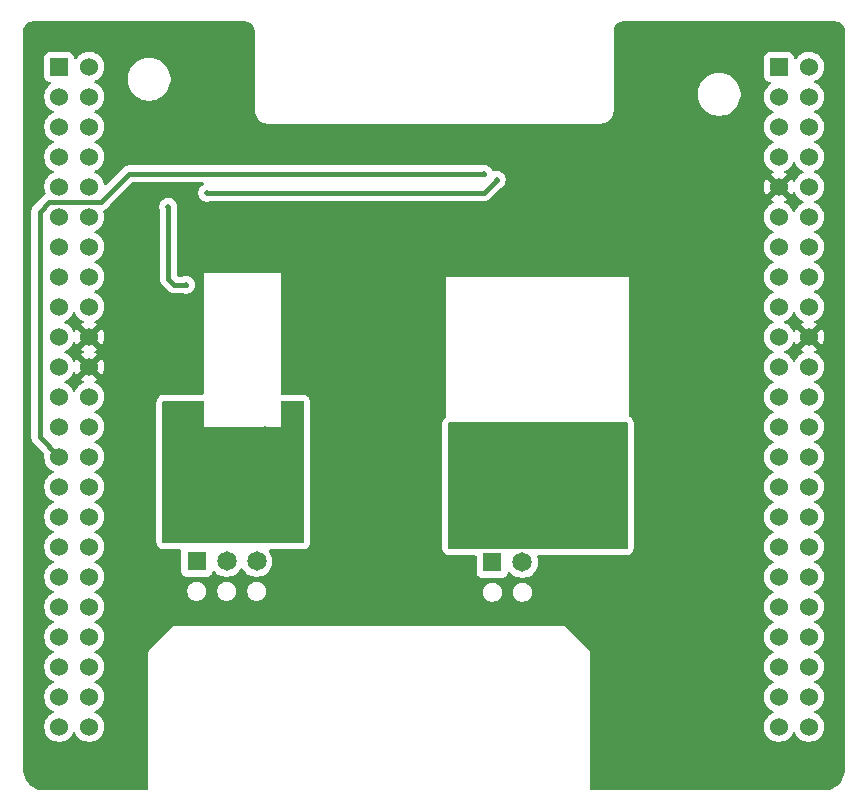
<source format=gbl>
%TF.GenerationSoftware,KiCad,Pcbnew,9.0.7-9.0.7~ubuntu24.04.1*%
%TF.CreationDate,2026-01-13T16:37:34+01:00*%
%TF.ProjectId,can_uart,63616e5f-7561-4727-942e-6b696361645f,1.0*%
%TF.SameCoordinates,Original*%
%TF.FileFunction,Copper,L4,Bot*%
%TF.FilePolarity,Positive*%
%FSLAX46Y46*%
G04 Gerber Fmt 4.6, Leading zero omitted, Abs format (unit mm)*
G04 Created by KiCad (PCBNEW 9.0.7-9.0.7~ubuntu24.04.1) date 2026-01-13 16:37:34*
%MOMM*%
%LPD*%
G01*
G04 APERTURE LIST*
%TA.AperFunction,ComponentPad*%
%ADD10R,1.530000X1.530000*%
%TD*%
%TA.AperFunction,ComponentPad*%
%ADD11C,1.530000*%
%TD*%
%TA.AperFunction,ComponentPad*%
%ADD12R,1.650000X1.650000*%
%TD*%
%TA.AperFunction,ComponentPad*%
%ADD13C,1.650000*%
%TD*%
%TA.AperFunction,ViaPad*%
%ADD14C,0.500000*%
%TD*%
%TA.AperFunction,Conductor*%
%ADD15C,0.400000*%
%TD*%
G04 APERTURE END LIST*
D10*
%TO.P,J4,1,Pin_1*%
%TO.N,unconnected-(J4-Pin_1-Pad1)*%
X180200000Y-54550000D03*
D11*
%TO.P,J4,2,Pin_2*%
%TO.N,unconnected-(J4-Pin_2-Pad2)*%
X182740000Y-54550000D03*
%TO.P,J4,3,Pin_3*%
%TO.N,CAN_RX*%
X180200000Y-57090000D03*
%TO.P,J4,4,Pin_4*%
%TO.N,unconnected-(J4-Pin_4-Pad4)*%
X182740000Y-57090000D03*
%TO.P,J4,5,Pin_5*%
%TO.N,CAN_TX*%
X180200000Y-59630000D03*
%TO.P,J4,6,Pin_6*%
%TO.N,unconnected-(J4-Pin_6-Pad6)*%
X182740000Y-59630000D03*
%TO.P,J4,7,Pin_7*%
%TO.N,unconnected-(J4-Pin_7-Pad7)*%
X180200000Y-62170000D03*
%TO.P,J4,8,Pin_8*%
%TO.N,unconnected-(J4-Pin_8-Pad8)*%
X182740000Y-62170000D03*
%TO.P,J4,9,Pin_9*%
%TO.N,GND*%
X180200000Y-64710000D03*
%TO.P,J4,10,Pin_10*%
%TO.N,unconnected-(J4-Pin_10-Pad10)*%
X182740000Y-64710000D03*
%TO.P,J4,11,Pin_11*%
%TO.N,unconnected-(J4-Pin_11-Pad11)*%
X180200000Y-67250000D03*
%TO.P,J4,12,Pin_12*%
%TO.N,unconnected-(J4-Pin_12-Pad12)*%
X182740000Y-67250000D03*
%TO.P,J4,13,Pin_13*%
%TO.N,unconnected-(J4-Pin_13-Pad13)*%
X180200000Y-69790000D03*
%TO.P,J4,14,Pin_14*%
%TO.N,unconnected-(J4-Pin_14-Pad14)*%
X182740000Y-69790000D03*
%TO.P,J4,15,Pin_15*%
%TO.N,unconnected-(J4-Pin_15-Pad15)*%
X180200000Y-72330000D03*
%TO.P,J4,16,Pin_16*%
%TO.N,unconnected-(J4-Pin_16-Pad16)*%
X182740000Y-72330000D03*
%TO.P,J4,17,Pin_17*%
%TO.N,unconnected-(J4-Pin_17-Pad17)*%
X180200000Y-74870000D03*
%TO.P,J4,18,Pin_18*%
%TO.N,unconnected-(J4-Pin_18-Pad18)*%
X182740000Y-74870000D03*
%TO.P,J4,19,Pin_19*%
%TO.N,unconnected-(J4-Pin_19-Pad19)*%
X180200000Y-77410000D03*
%TO.P,J4,20,Pin_20*%
%TO.N,GND*%
X182740000Y-77410000D03*
%TO.P,J4,21,Pin_21*%
%TO.N,unconnected-(J4-Pin_21-Pad21)*%
X180200000Y-79950000D03*
%TO.P,J4,22,Pin_22*%
%TO.N,unconnected-(J4-Pin_22-Pad22)*%
X182740000Y-79950000D03*
%TO.P,J4,23,Pin_23*%
%TO.N,unconnected-(J4-Pin_23-Pad23)*%
X180200000Y-82490000D03*
%TO.P,J4,24,Pin_24*%
%TO.N,unconnected-(J4-Pin_24-Pad24)*%
X182740000Y-82490000D03*
%TO.P,J4,25,Pin_25*%
%TO.N,unconnected-(J4-Pin_25-Pad25)*%
X180200000Y-85030000D03*
%TO.P,J4,26,Pin_26*%
%TO.N,unconnected-(J4-Pin_26-Pad26)*%
X182740000Y-85030000D03*
%TO.P,J4,27,Pin_27*%
%TO.N,unconnected-(J4-Pin_27-Pad27)*%
X180200000Y-87570000D03*
%TO.P,J4,28,Pin_28*%
%TO.N,unconnected-(J4-Pin_28-Pad28)*%
X182740000Y-87570000D03*
%TO.P,J4,29,Pin_29*%
%TO.N,unconnected-(J4-Pin_29-Pad29)*%
X180200000Y-90110000D03*
%TO.P,J4,30,Pin_30*%
%TO.N,unconnected-(J4-Pin_30-Pad30)*%
X182740000Y-90110000D03*
%TO.P,J4,31,Pin_31*%
%TO.N,unconnected-(J4-Pin_31-Pad31)*%
X180200000Y-92650000D03*
%TO.P,J4,32,Pin_32*%
%TO.N,unconnected-(J4-Pin_32-Pad32)*%
X182740000Y-92650000D03*
%TO.P,J4,33,Pin_33*%
%TO.N,unconnected-(J4-Pin_33-Pad33)*%
X180200000Y-95190000D03*
%TO.P,J4,34,Pin_34*%
%TO.N,unconnected-(J4-Pin_34-Pad34)*%
X182740000Y-95190000D03*
%TO.P,J4,35,Pin_35*%
%TO.N,unconnected-(J4-Pin_35-Pad35)*%
X180200000Y-97730000D03*
%TO.P,J4,36,Pin_36*%
%TO.N,unconnected-(J4-Pin_36-Pad36)*%
X182740000Y-97730000D03*
%TO.P,J4,37,Pin_37*%
%TO.N,unconnected-(J4-Pin_37-Pad37)*%
X180200000Y-100270000D03*
%TO.P,J4,38,Pin_38*%
%TO.N,unconnected-(J4-Pin_38-Pad38)*%
X182740000Y-100270000D03*
%TO.P,J4,39,Pin_39*%
%TO.N,unconnected-(J4-Pin_39-Pad39)*%
X180200000Y-102810000D03*
%TO.P,J4,40,Pin_40*%
%TO.N,unconnected-(J4-Pin_40-Pad40)*%
X182740000Y-102810000D03*
%TO.P,J4,41,Pin_41*%
%TO.N,unconnected-(J4-Pin_41-Pad41)*%
X180200000Y-105350000D03*
%TO.P,J4,42,Pin_42*%
%TO.N,unconnected-(J4-Pin_42-Pad42)*%
X182740000Y-105350000D03*
%TO.P,J4,43,Pin_43*%
%TO.N,unconnected-(J4-Pin_43-Pad43)*%
X180200000Y-107890000D03*
%TO.P,J4,44,Pin_44*%
%TO.N,unconnected-(J4-Pin_44-Pad44)*%
X182740000Y-107890000D03*
%TO.P,J4,45,Pin_45*%
%TO.N,unconnected-(J4-Pin_45-Pad45)*%
X180200000Y-110430000D03*
%TO.P,J4,46,Pin_46*%
%TO.N,unconnected-(J4-Pin_46-Pad46)*%
X182740000Y-110430000D03*
%TD*%
D12*
%TO.P,J1,1,Pin_1*%
%TO.N,+3V*%
X130900000Y-96400000D03*
D13*
%TO.P,J1,2,Pin_2*%
%TO.N,O_UART_TX*%
X133440000Y-96400000D03*
%TO.P,J1,3,Pin_3*%
%TO.N,O_UART_RX*%
X135980000Y-96400000D03*
%TD*%
D12*
%TO.P,J2,1,Pin_1*%
%TO.N,CAN_N*%
X155941000Y-96485251D03*
D13*
%TO.P,J2,2,Pin_2*%
%TO.N,CAN_P*%
X158481000Y-96485251D03*
%TD*%
D10*
%TO.P,J3,1,Pin_1*%
%TO.N,unconnected-(J3-Pin_1-Pad1)*%
X119260000Y-54550000D03*
D11*
%TO.P,J3,2,Pin_2*%
%TO.N,unconnected-(J3-Pin_2-Pad2)*%
X121800000Y-54550000D03*
%TO.P,J3,3,Pin_3*%
%TO.N,unconnected-(J3-Pin_3-Pad3)*%
X119260000Y-57090000D03*
%TO.P,J3,4,Pin_4*%
%TO.N,unconnected-(J3-Pin_4-Pad4)*%
X121800000Y-57090000D03*
%TO.P,J3,5,Pin_5*%
%TO.N,unconnected-(J3-Pin_5-Pad5)*%
X119260000Y-59630000D03*
%TO.P,J3,6,Pin_6*%
%TO.N,unconnected-(J3-Pin_6-Pad6)*%
X121800000Y-59630000D03*
%TO.P,J3,7,Pin_7*%
%TO.N,unconnected-(J3-Pin_7-Pad7)*%
X119260000Y-62170000D03*
%TO.P,J3,8,Pin_8*%
%TO.N,unconnected-(J3-Pin_8-Pad8)*%
X121800000Y-62170000D03*
%TO.P,J3,9,Pin_9*%
%TO.N,unconnected-(J3-Pin_9-Pad9)*%
X119260000Y-64710000D03*
%TO.P,J3,10,Pin_10*%
%TO.N,unconnected-(J3-Pin_10-Pad10)*%
X121800000Y-64710000D03*
%TO.P,J3,11,Pin_11*%
%TO.N,unconnected-(J3-Pin_11-Pad11)*%
X119260000Y-67250000D03*
%TO.P,J3,12,Pin_12*%
%TO.N,unconnected-(J3-Pin_12-Pad12)*%
X121800000Y-67250000D03*
%TO.P,J3,13,Pin_13*%
%TO.N,unconnected-(J3-Pin_13-Pad13)*%
X119260000Y-69790000D03*
%TO.P,J3,14,Pin_14*%
%TO.N,unconnected-(J3-Pin_14-Pad14)*%
X121800000Y-69790000D03*
%TO.P,J3,15,Pin_15*%
%TO.N,unconnected-(J3-Pin_15-Pad15)*%
X119260000Y-72330000D03*
%TO.P,J3,16,Pin_16*%
%TO.N,unconnected-(J3-Pin_16-Pad16)*%
X121800000Y-72330000D03*
%TO.P,J3,17,Pin_17*%
%TO.N,unconnected-(J3-Pin_17-Pad17)*%
X119260000Y-74870000D03*
%TO.P,J3,18,Pin_18*%
%TO.N,unconnected-(J3-Pin_18-Pad18)*%
X121800000Y-74870000D03*
%TO.P,J3,19,Pin_19*%
%TO.N,unconnected-(J3-Pin_19-Pad19)*%
X119260000Y-77410000D03*
%TO.P,J3,20,Pin_20*%
%TO.N,GND*%
X121800000Y-77410000D03*
%TO.P,J3,21,Pin_21*%
%TO.N,unconnected-(J3-Pin_21-Pad21)*%
X119260000Y-79950000D03*
%TO.P,J3,22,Pin_22*%
%TO.N,GND*%
X121800000Y-79950000D03*
%TO.P,J3,23,Pin_23*%
%TO.N,unconnected-(J3-Pin_23-Pad23)*%
X119260000Y-82490000D03*
%TO.P,J3,24,Pin_24*%
%TO.N,unconnected-(J3-Pin_24-Pad24)*%
X121800000Y-82490000D03*
%TO.P,J3,25,Pin_25*%
%TO.N,+3V3*%
X119260000Y-85030000D03*
%TO.P,J3,26,Pin_26*%
%TO.N,unconnected-(J3-Pin_26-Pad26)*%
X121800000Y-85030000D03*
%TO.P,J3,27,Pin_27*%
%TO.N,+5V*%
X119260000Y-87570000D03*
%TO.P,J3,28,Pin_28*%
%TO.N,UART_TX*%
X121800000Y-87570000D03*
%TO.P,J3,29,Pin_29*%
%TO.N,unconnected-(J3-Pin_29-Pad29)*%
X119260000Y-90110000D03*
%TO.P,J3,30,Pin_30*%
%TO.N,UART_RX*%
X121800000Y-90110000D03*
%TO.P,J3,31,Pin_31*%
%TO.N,unconnected-(J3-Pin_31-Pad31)*%
X119260000Y-92650000D03*
%TO.P,J3,32,Pin_32*%
%TO.N,unconnected-(J3-Pin_32-Pad32)*%
X121800000Y-92650000D03*
%TO.P,J3,33,Pin_33*%
%TO.N,unconnected-(J3-Pin_33-Pad33)*%
X119260000Y-95190000D03*
%TO.P,J3,34,Pin_34*%
%TO.N,unconnected-(J3-Pin_34-Pad34)*%
X121800000Y-95190000D03*
%TO.P,J3,35,Pin_35*%
%TO.N,unconnected-(J3-Pin_35-Pad35)*%
X119260000Y-97730000D03*
%TO.P,J3,36,Pin_36*%
%TO.N,unconnected-(J3-Pin_36-Pad36)*%
X121800000Y-97730000D03*
%TO.P,J3,37,Pin_37*%
%TO.N,unconnected-(J3-Pin_37-Pad37)*%
X119260000Y-100270000D03*
%TO.P,J3,38,Pin_38*%
%TO.N,unconnected-(J3-Pin_38-Pad38)*%
X121800000Y-100270000D03*
%TO.P,J3,39,Pin_39*%
%TO.N,unconnected-(J3-Pin_39-Pad39)*%
X119260000Y-102810000D03*
%TO.P,J3,40,Pin_40*%
%TO.N,unconnected-(J3-Pin_40-Pad40)*%
X121800000Y-102810000D03*
%TO.P,J3,41,Pin_41*%
%TO.N,unconnected-(J3-Pin_41-Pad41)*%
X119260000Y-105350000D03*
%TO.P,J3,42,Pin_42*%
%TO.N,unconnected-(J3-Pin_42-Pad42)*%
X121800000Y-105350000D03*
%TO.P,J3,43,Pin_43*%
%TO.N,unconnected-(J3-Pin_43-Pad43)*%
X119260000Y-107890000D03*
%TO.P,J3,44,Pin_44*%
%TO.N,unconnected-(J3-Pin_44-Pad44)*%
X121800000Y-107890000D03*
%TO.P,J3,45,Pin_45*%
%TO.N,unconnected-(J3-Pin_45-Pad45)*%
X119260000Y-110430000D03*
%TO.P,J3,46,Pin_46*%
%TO.N,unconnected-(J3-Pin_46-Pad46)*%
X121800000Y-110430000D03*
%TD*%
D14*
%TO.N,GND*%
X166537500Y-69250000D03*
X165465000Y-71785000D03*
X154035000Y-71785000D03*
X129637500Y-69750000D03*
X136655000Y-71750000D03*
X155305000Y-71805000D03*
X160137500Y-65250000D03*
X160387500Y-69750000D03*
X166537500Y-62900000D03*
X164195000Y-71805000D03*
%TO.N,+3V3*%
X131800000Y-65200000D03*
X128500000Y-66400000D03*
X156300000Y-64100000D03*
X130000000Y-73000000D03*
%TO.N,+5V*%
X155200000Y-63600000D03*
%TO.N,CAN_GND_ISO*%
X153837500Y-86437500D03*
X162500000Y-90650000D03*
X158900000Y-85500000D03*
X157211000Y-90000000D03*
X159000000Y-87250000D03*
X163500000Y-94100000D03*
%TO.N,GNDREF*%
X129637500Y-87200000D03*
X136655000Y-85200000D03*
X134700000Y-89300000D03*
%TD*%
D15*
%TO.N,+3V3*%
X156300000Y-64100000D02*
X155200000Y-65200000D01*
X155200000Y-65200000D02*
X131800000Y-65200000D01*
X129000000Y-73000000D02*
X130000000Y-73000000D01*
X128500000Y-66400000D02*
X128500000Y-72500000D01*
X128500000Y-72500000D02*
X129000000Y-73000000D01*
%TO.N,+5V*%
X117600000Y-66800000D02*
X117600000Y-85910000D01*
X155200000Y-63600000D02*
X125200000Y-63600000D01*
X122796590Y-66003410D02*
X118396590Y-66003410D01*
X125200000Y-63600000D02*
X122796590Y-66003410D01*
X118396590Y-66003410D02*
X117600000Y-66800000D01*
X117600000Y-85910000D02*
X119260000Y-87570000D01*
%TD*%
%TA.AperFunction,Conductor*%
%TO.N,GNDREF*%
G36*
X131443039Y-82819685D02*
G01*
X131488794Y-82872489D01*
X131500000Y-82924000D01*
X131500000Y-85000000D01*
X138000000Y-85000000D01*
X138000000Y-82924000D01*
X138019685Y-82856961D01*
X138072489Y-82811206D01*
X138124000Y-82800000D01*
X139876000Y-82800000D01*
X139943039Y-82819685D01*
X139988794Y-82872489D01*
X140000000Y-82924000D01*
X140000000Y-94776000D01*
X139980315Y-94843039D01*
X139927511Y-94888794D01*
X139876000Y-94900000D01*
X128124000Y-94900000D01*
X128056961Y-94880315D01*
X128011206Y-94827511D01*
X128000000Y-94776000D01*
X128000000Y-82924000D01*
X128019685Y-82856961D01*
X128072489Y-82811206D01*
X128124000Y-82800000D01*
X131376000Y-82800000D01*
X131443039Y-82819685D01*
G37*
%TD.AperFunction*%
%TD*%
%TA.AperFunction,Conductor*%
%TO.N,GND*%
G36*
X121324755Y-80146853D02*
G01*
X121391898Y-80263147D01*
X121486853Y-80358102D01*
X121603147Y-80425245D01*
X121662425Y-80441128D01*
X121099134Y-81004417D01*
X121136994Y-81031924D01*
X121288722Y-81109234D01*
X121339518Y-81157209D01*
X121356313Y-81225030D01*
X121333776Y-81291165D01*
X121288723Y-81330203D01*
X121136735Y-81407645D01*
X121026849Y-81487483D01*
X120975582Y-81524731D01*
X120975580Y-81524733D01*
X120975579Y-81524733D01*
X120834733Y-81665579D01*
X120834733Y-81665580D01*
X120834731Y-81665582D01*
X120784447Y-81734790D01*
X120717647Y-81826733D01*
X120640485Y-81978172D01*
X120592510Y-82028968D01*
X120524689Y-82045763D01*
X120458554Y-82023225D01*
X120419515Y-81978172D01*
X120342352Y-81826733D01*
X120225269Y-81665582D01*
X120084418Y-81524731D01*
X119923266Y-81407647D01*
X119771827Y-81330485D01*
X119721031Y-81282510D01*
X119704236Y-81214689D01*
X119726773Y-81148554D01*
X119771827Y-81109515D01*
X119781116Y-81104781D01*
X119923266Y-81032353D01*
X120084418Y-80915269D01*
X120225269Y-80774418D01*
X120342353Y-80613266D01*
X120419795Y-80461276D01*
X120467769Y-80410481D01*
X120535590Y-80393686D01*
X120601725Y-80416223D01*
X120640765Y-80461277D01*
X120718077Y-80613008D01*
X120745580Y-80650863D01*
X120745581Y-80650864D01*
X121308871Y-80087574D01*
X121324755Y-80146853D01*
G37*
%TD.AperFunction*%
%TA.AperFunction,Conductor*%
G36*
X121324755Y-77606853D02*
G01*
X121391898Y-77723147D01*
X121486853Y-77818102D01*
X121603147Y-77885245D01*
X121662425Y-77901128D01*
X121099134Y-78464417D01*
X121136999Y-78491928D01*
X121289272Y-78569516D01*
X121340068Y-78617490D01*
X121356863Y-78685311D01*
X121334325Y-78751446D01*
X121289272Y-78790484D01*
X121136996Y-78868073D01*
X121136995Y-78868074D01*
X121099135Y-78895580D01*
X121099135Y-78895581D01*
X121662425Y-79458871D01*
X121603147Y-79474755D01*
X121486853Y-79541898D01*
X121391898Y-79636853D01*
X121324755Y-79753147D01*
X121308871Y-79812425D01*
X120745581Y-79249135D01*
X120745580Y-79249135D01*
X120718075Y-79286993D01*
X120640764Y-79438723D01*
X120592790Y-79489518D01*
X120524969Y-79506313D01*
X120458834Y-79483775D01*
X120419795Y-79438722D01*
X120342485Y-79286994D01*
X120342353Y-79286734D01*
X120225269Y-79125582D01*
X120084418Y-78984731D01*
X119923266Y-78867647D01*
X119771827Y-78790485D01*
X119721031Y-78742510D01*
X119704236Y-78674689D01*
X119726773Y-78608554D01*
X119771827Y-78569515D01*
X119781116Y-78564781D01*
X119923266Y-78492353D01*
X120084418Y-78375269D01*
X120225269Y-78234418D01*
X120342353Y-78073266D01*
X120419795Y-77921276D01*
X120467769Y-77870481D01*
X120535590Y-77853686D01*
X120601725Y-77876223D01*
X120640765Y-77921277D01*
X120718077Y-78073008D01*
X120745580Y-78110863D01*
X120745581Y-78110864D01*
X121308871Y-77547574D01*
X121324755Y-77606853D01*
G37*
%TD.AperFunction*%
%TA.AperFunction,Conductor*%
G36*
X120601446Y-75336773D02*
G01*
X120640485Y-75381827D01*
X120717647Y-75533266D01*
X120834731Y-75694418D01*
X120975582Y-75835269D01*
X121136734Y-75952353D01*
X121191954Y-75980489D01*
X121288722Y-76029795D01*
X121339518Y-76077770D01*
X121356313Y-76145591D01*
X121333776Y-76211726D01*
X121288723Y-76250764D01*
X121136993Y-76328075D01*
X121099135Y-76355580D01*
X121099135Y-76355581D01*
X121662425Y-76918871D01*
X121603147Y-76934755D01*
X121486853Y-77001898D01*
X121391898Y-77096853D01*
X121324755Y-77213147D01*
X121308871Y-77272425D01*
X120745581Y-76709135D01*
X120745580Y-76709135D01*
X120718075Y-76746993D01*
X120640764Y-76898723D01*
X120592790Y-76949518D01*
X120524969Y-76966313D01*
X120458834Y-76943775D01*
X120419795Y-76898722D01*
X120342485Y-76746994D01*
X120342353Y-76746734D01*
X120225269Y-76585582D01*
X120084418Y-76444731D01*
X119923266Y-76327647D01*
X119868044Y-76299510D01*
X119771827Y-76250485D01*
X119721031Y-76202510D01*
X119704236Y-76134689D01*
X119726773Y-76068554D01*
X119771827Y-76029515D01*
X119781116Y-76024781D01*
X119923266Y-75952353D01*
X120084418Y-75835269D01*
X120225269Y-75694418D01*
X120342353Y-75533266D01*
X120419515Y-75381827D01*
X120467490Y-75331031D01*
X120535311Y-75314236D01*
X120601446Y-75336773D01*
G37*
%TD.AperFunction*%
%TA.AperFunction,Conductor*%
G36*
X182264755Y-77606853D02*
G01*
X182331898Y-77723147D01*
X182426853Y-77818102D01*
X182543147Y-77885245D01*
X182602425Y-77901128D01*
X182039134Y-78464417D01*
X182076994Y-78491924D01*
X182228722Y-78569234D01*
X182279518Y-78617209D01*
X182296313Y-78685030D01*
X182273776Y-78751165D01*
X182228723Y-78790203D01*
X182076735Y-78867645D01*
X181966849Y-78947483D01*
X181915582Y-78984731D01*
X181915580Y-78984733D01*
X181915579Y-78984733D01*
X181774733Y-79125579D01*
X181774733Y-79125580D01*
X181774731Y-79125582D01*
X181724447Y-79194790D01*
X181657647Y-79286733D01*
X181580485Y-79438172D01*
X181532510Y-79488968D01*
X181464689Y-79505763D01*
X181398554Y-79483225D01*
X181359515Y-79438172D01*
X181282485Y-79286994D01*
X181282353Y-79286734D01*
X181165269Y-79125582D01*
X181024418Y-78984731D01*
X180863266Y-78867647D01*
X180711827Y-78790485D01*
X180661031Y-78742510D01*
X180644236Y-78674689D01*
X180666773Y-78608554D01*
X180711827Y-78569515D01*
X180721116Y-78564781D01*
X180863266Y-78492353D01*
X181024418Y-78375269D01*
X181165269Y-78234418D01*
X181282353Y-78073266D01*
X181359795Y-77921276D01*
X181407769Y-77870481D01*
X181475590Y-77853686D01*
X181541725Y-77876223D01*
X181580765Y-77921277D01*
X181658077Y-78073008D01*
X181685580Y-78110863D01*
X181685581Y-78110864D01*
X182248871Y-77547574D01*
X182264755Y-77606853D01*
G37*
%TD.AperFunction*%
%TA.AperFunction,Conductor*%
G36*
X181541446Y-75336773D02*
G01*
X181580485Y-75381827D01*
X181657647Y-75533266D01*
X181774731Y-75694418D01*
X181915582Y-75835269D01*
X182076734Y-75952353D01*
X182131954Y-75980489D01*
X182228722Y-76029795D01*
X182279518Y-76077770D01*
X182296313Y-76145591D01*
X182273776Y-76211726D01*
X182228723Y-76250764D01*
X182076993Y-76328075D01*
X182039135Y-76355580D01*
X182039135Y-76355581D01*
X182602425Y-76918871D01*
X182543147Y-76934755D01*
X182426853Y-77001898D01*
X182331898Y-77096853D01*
X182264755Y-77213147D01*
X182248871Y-77272425D01*
X181685581Y-76709135D01*
X181685580Y-76709135D01*
X181658075Y-76746993D01*
X181580764Y-76898723D01*
X181532790Y-76949518D01*
X181464969Y-76966313D01*
X181398834Y-76943775D01*
X181359795Y-76898722D01*
X181282485Y-76746994D01*
X181282353Y-76746734D01*
X181165269Y-76585582D01*
X181024418Y-76444731D01*
X180863266Y-76327647D01*
X180808044Y-76299510D01*
X180711827Y-76250485D01*
X180661031Y-76202510D01*
X180644236Y-76134689D01*
X180666773Y-76068554D01*
X180711827Y-76029515D01*
X180721116Y-76024781D01*
X180863266Y-75952353D01*
X181024418Y-75835269D01*
X181165269Y-75694418D01*
X181282353Y-75533266D01*
X181359515Y-75381827D01*
X181407490Y-75331031D01*
X181475311Y-75314236D01*
X181541446Y-75336773D01*
G37*
%TD.AperFunction*%
%TA.AperFunction,Conductor*%
G36*
X181254417Y-65410863D02*
G01*
X181254418Y-65410863D01*
X181281924Y-65373005D01*
X181359234Y-65221277D01*
X181407208Y-65170481D01*
X181475029Y-65153686D01*
X181541164Y-65176223D01*
X181580204Y-65221277D01*
X181650493Y-65359225D01*
X181657647Y-65373266D01*
X181774731Y-65534418D01*
X181915582Y-65675269D01*
X182076734Y-65792353D01*
X182132519Y-65820777D01*
X182228172Y-65869515D01*
X182278968Y-65917490D01*
X182295763Y-65985311D01*
X182273225Y-66051446D01*
X182228172Y-66090485D01*
X182076733Y-66167647D01*
X181987735Y-66232309D01*
X181915582Y-66284731D01*
X181915580Y-66284733D01*
X181915579Y-66284733D01*
X181774733Y-66425579D01*
X181774733Y-66425580D01*
X181774731Y-66425582D01*
X181743775Y-66468189D01*
X181657647Y-66586733D01*
X181580485Y-66738172D01*
X181532510Y-66788968D01*
X181464689Y-66805763D01*
X181398554Y-66783225D01*
X181359515Y-66738172D01*
X181313165Y-66647206D01*
X181282353Y-66586734D01*
X181165269Y-66425582D01*
X181024418Y-66284731D01*
X180863266Y-66167647D01*
X180863262Y-66167645D01*
X180711277Y-66090204D01*
X180660481Y-66042229D01*
X180643686Y-65974408D01*
X180666224Y-65908273D01*
X180711277Y-65869234D01*
X180863005Y-65791924D01*
X180900863Y-65764418D01*
X180900863Y-65764417D01*
X180337574Y-65201128D01*
X180396853Y-65185245D01*
X180513147Y-65118102D01*
X180608102Y-65023147D01*
X180675245Y-64906853D01*
X180691128Y-64847574D01*
X181254417Y-65410863D01*
G37*
%TD.AperFunction*%
%TA.AperFunction,Conductor*%
G36*
X181541446Y-62636773D02*
G01*
X181580485Y-62681827D01*
X181657647Y-62833266D01*
X181774731Y-62994418D01*
X181915582Y-63135269D01*
X182076734Y-63252353D01*
X182146453Y-63287877D01*
X182228172Y-63329515D01*
X182278968Y-63377490D01*
X182295763Y-63445311D01*
X182273225Y-63511446D01*
X182228172Y-63550485D01*
X182076733Y-63627647D01*
X182038286Y-63655581D01*
X181915582Y-63744731D01*
X181915580Y-63744733D01*
X181915579Y-63744733D01*
X181774733Y-63885579D01*
X181774733Y-63885580D01*
X181774731Y-63885582D01*
X181739555Y-63933997D01*
X181657645Y-64046735D01*
X181580203Y-64198723D01*
X181532229Y-64249518D01*
X181464408Y-64266313D01*
X181398273Y-64243775D01*
X181359234Y-64198722D01*
X181281924Y-64046994D01*
X181254417Y-64009135D01*
X181254417Y-64009134D01*
X180691128Y-64572424D01*
X180675245Y-64513147D01*
X180608102Y-64396853D01*
X180513147Y-64301898D01*
X180396853Y-64234755D01*
X180337574Y-64218871D01*
X180900864Y-63655581D01*
X180900863Y-63655580D01*
X180863008Y-63628077D01*
X180711277Y-63550765D01*
X180660481Y-63502790D01*
X180643686Y-63434969D01*
X180666224Y-63368834D01*
X180711277Y-63329795D01*
X180711827Y-63329515D01*
X180863266Y-63252353D01*
X181024418Y-63135269D01*
X181165269Y-62994418D01*
X181282353Y-62833266D01*
X181359515Y-62681827D01*
X181407490Y-62631031D01*
X181475311Y-62614236D01*
X181541446Y-62636773D01*
G37*
%TD.AperFunction*%
%TA.AperFunction,Conductor*%
G36*
X135006061Y-50701097D02*
G01*
X135016051Y-50702080D01*
X135143824Y-50714665D01*
X135167652Y-50719404D01*
X135294277Y-50757815D01*
X135316725Y-50767114D01*
X135433406Y-50829482D01*
X135453616Y-50842986D01*
X135555891Y-50926920D01*
X135573079Y-50944108D01*
X135657012Y-51046381D01*
X135670517Y-51066593D01*
X135732883Y-51183271D01*
X135742186Y-51205728D01*
X135780593Y-51332338D01*
X135785335Y-51356180D01*
X135798903Y-51493938D01*
X135799500Y-51506092D01*
X135799500Y-58264486D01*
X135829059Y-58451118D01*
X135887454Y-58630836D01*
X135904725Y-58664731D01*
X135973240Y-58799199D01*
X136084310Y-58952073D01*
X136217927Y-59085690D01*
X136370801Y-59196760D01*
X136450347Y-59237290D01*
X136539163Y-59282545D01*
X136539165Y-59282545D01*
X136539168Y-59282547D01*
X136635497Y-59313846D01*
X136718881Y-59340940D01*
X136905514Y-59370500D01*
X136905519Y-59370500D01*
X165094486Y-59370500D01*
X165281118Y-59340940D01*
X165303526Y-59333659D01*
X165460832Y-59282547D01*
X165629199Y-59196760D01*
X165782073Y-59085690D01*
X165915690Y-58952073D01*
X166026760Y-58799199D01*
X166112547Y-58630832D01*
X166170940Y-58451118D01*
X166175471Y-58422510D01*
X166200500Y-58264486D01*
X166200500Y-56750684D01*
X173309500Y-56750684D01*
X173309500Y-56989315D01*
X173309501Y-56989332D01*
X173324983Y-57106934D01*
X173340649Y-57225924D01*
X173390106Y-57410498D01*
X173402415Y-57456436D01*
X173493734Y-57676902D01*
X173493740Y-57676914D01*
X173613062Y-57883586D01*
X173613064Y-57883589D01*
X173613065Y-57883590D01*
X173758337Y-58072912D01*
X173758343Y-58072919D01*
X173927080Y-58241656D01*
X173927087Y-58241662D01*
X174034834Y-58324339D01*
X174116414Y-58386938D01*
X174323086Y-58506260D01*
X174323091Y-58506262D01*
X174323097Y-58506265D01*
X174418109Y-58545620D01*
X174543564Y-58597585D01*
X174774076Y-58659351D01*
X175010678Y-58690500D01*
X175010685Y-58690500D01*
X175249315Y-58690500D01*
X175249322Y-58690500D01*
X175485924Y-58659351D01*
X175716436Y-58597585D01*
X175936914Y-58506260D01*
X176143586Y-58386938D01*
X176332914Y-58241661D01*
X176501661Y-58072914D01*
X176646938Y-57883586D01*
X176766260Y-57676914D01*
X176857585Y-57456436D01*
X176919351Y-57225924D01*
X176950500Y-56989322D01*
X176950500Y-56750678D01*
X176919351Y-56514076D01*
X176857585Y-56283564D01*
X176766260Y-56063086D01*
X176646938Y-55856414D01*
X176564174Y-55748554D01*
X176501662Y-55667087D01*
X176501656Y-55667080D01*
X176332919Y-55498343D01*
X176332912Y-55498337D01*
X176143590Y-55353065D01*
X176143589Y-55353064D01*
X176143586Y-55353062D01*
X175936914Y-55233740D01*
X175936902Y-55233734D01*
X175716436Y-55142415D01*
X175485920Y-55080648D01*
X175249332Y-55049501D01*
X175249327Y-55049500D01*
X175249322Y-55049500D01*
X175010678Y-55049500D01*
X175010672Y-55049500D01*
X175010667Y-55049501D01*
X174774079Y-55080648D01*
X174543563Y-55142415D01*
X174323097Y-55233734D01*
X174323083Y-55233741D01*
X174116409Y-55353065D01*
X173927087Y-55498337D01*
X173927080Y-55498343D01*
X173758343Y-55667080D01*
X173758337Y-55667087D01*
X173613065Y-55856409D01*
X173493741Y-56063083D01*
X173493734Y-56063097D01*
X173402415Y-56283563D01*
X173340648Y-56514079D01*
X173309501Y-56750667D01*
X173309500Y-56750684D01*
X166200500Y-56750684D01*
X166200500Y-53737135D01*
X178934500Y-53737135D01*
X178934500Y-55362870D01*
X178934501Y-55362876D01*
X178940908Y-55422483D01*
X178991202Y-55557328D01*
X178991206Y-55557335D01*
X179077452Y-55672544D01*
X179077455Y-55672547D01*
X179192664Y-55758793D01*
X179192671Y-55758797D01*
X179327517Y-55809091D01*
X179327516Y-55809091D01*
X179334444Y-55809835D01*
X179387127Y-55815500D01*
X179419568Y-55815499D01*
X179486605Y-55835182D01*
X179532361Y-55887984D01*
X179542306Y-55957143D01*
X179513283Y-56020699D01*
X179492455Y-56039816D01*
X179375582Y-56124730D01*
X179234733Y-56265579D01*
X179234733Y-56265580D01*
X179234731Y-56265582D01*
X179190267Y-56326781D01*
X179117647Y-56426733D01*
X179027213Y-56604219D01*
X178965661Y-56793656D01*
X178965661Y-56793659D01*
X178934500Y-56990403D01*
X178934500Y-57189596D01*
X178965661Y-57386340D01*
X178965661Y-57386343D01*
X179027213Y-57575780D01*
X179078744Y-57676914D01*
X179117647Y-57753266D01*
X179234731Y-57914418D01*
X179375582Y-58055269D01*
X179536734Y-58172353D01*
X179606453Y-58207877D01*
X179688172Y-58249515D01*
X179738968Y-58297490D01*
X179755763Y-58365311D01*
X179733225Y-58431446D01*
X179688172Y-58470485D01*
X179536733Y-58547647D01*
X179468000Y-58597585D01*
X179375582Y-58664731D01*
X179375580Y-58664733D01*
X179375579Y-58664733D01*
X179234733Y-58805579D01*
X179234733Y-58805580D01*
X179234731Y-58805582D01*
X179213532Y-58834760D01*
X179117647Y-58966733D01*
X179027213Y-59144219D01*
X178965661Y-59333656D01*
X178965661Y-59333659D01*
X178934500Y-59530403D01*
X178934500Y-59729596D01*
X178965661Y-59926340D01*
X178965661Y-59926343D01*
X179027213Y-60115780D01*
X179027215Y-60115783D01*
X179117647Y-60293266D01*
X179234731Y-60454418D01*
X179375582Y-60595269D01*
X179536734Y-60712353D01*
X179606453Y-60747877D01*
X179688172Y-60789515D01*
X179738968Y-60837490D01*
X179755763Y-60905311D01*
X179733225Y-60971446D01*
X179688172Y-61010485D01*
X179536733Y-61087647D01*
X179444790Y-61154447D01*
X179375582Y-61204731D01*
X179375580Y-61204733D01*
X179375579Y-61204733D01*
X179234733Y-61345579D01*
X179234733Y-61345580D01*
X179234731Y-61345582D01*
X179184447Y-61414790D01*
X179117647Y-61506733D01*
X179027213Y-61684219D01*
X178965661Y-61873656D01*
X178965661Y-61873659D01*
X178934500Y-62070403D01*
X178934500Y-62269596D01*
X178965661Y-62466340D01*
X178965661Y-62466343D01*
X179027213Y-62655780D01*
X179040485Y-62681827D01*
X179117647Y-62833266D01*
X179234731Y-62994418D01*
X179375582Y-63135269D01*
X179536734Y-63252353D01*
X179626909Y-63298299D01*
X179688722Y-63329795D01*
X179739518Y-63377770D01*
X179756313Y-63445591D01*
X179733776Y-63511726D01*
X179688723Y-63550764D01*
X179536993Y-63628075D01*
X179499135Y-63655580D01*
X179499135Y-63655581D01*
X180062425Y-64218871D01*
X180003147Y-64234755D01*
X179886853Y-64301898D01*
X179791898Y-64396853D01*
X179724755Y-64513147D01*
X179708871Y-64572425D01*
X179145581Y-64009135D01*
X179145580Y-64009135D01*
X179118077Y-64046990D01*
X179027679Y-64224405D01*
X178966147Y-64413777D01*
X178935000Y-64610436D01*
X178935000Y-64809563D01*
X178966147Y-65006222D01*
X179027679Y-65195594D01*
X179118077Y-65373008D01*
X179145580Y-65410863D01*
X179145581Y-65410864D01*
X179708871Y-64847574D01*
X179724755Y-64906853D01*
X179791898Y-65023147D01*
X179886853Y-65118102D01*
X180003147Y-65185245D01*
X180062425Y-65201128D01*
X179499134Y-65764417D01*
X179536994Y-65791924D01*
X179688722Y-65869234D01*
X179739518Y-65917209D01*
X179756313Y-65985030D01*
X179733776Y-66051165D01*
X179688723Y-66090203D01*
X179536735Y-66167645D01*
X179423997Y-66249555D01*
X179375582Y-66284731D01*
X179375580Y-66284733D01*
X179375579Y-66284733D01*
X179234733Y-66425579D01*
X179234733Y-66425580D01*
X179234731Y-66425582D01*
X179203775Y-66468189D01*
X179117647Y-66586733D01*
X179027213Y-66764219D01*
X178965661Y-66953656D01*
X178965661Y-66953659D01*
X178934500Y-67150403D01*
X178934500Y-67349596D01*
X178965661Y-67546340D01*
X178965661Y-67546343D01*
X179027213Y-67735780D01*
X179040485Y-67761827D01*
X179117647Y-67913266D01*
X179234731Y-68074418D01*
X179375582Y-68215269D01*
X179536734Y-68332353D01*
X179591954Y-68360489D01*
X179688172Y-68409515D01*
X179738968Y-68457490D01*
X179755763Y-68525311D01*
X179733225Y-68591446D01*
X179688172Y-68630485D01*
X179536733Y-68707647D01*
X179495814Y-68737377D01*
X179375582Y-68824731D01*
X179375580Y-68824733D01*
X179375579Y-68824733D01*
X179234733Y-68965579D01*
X179234733Y-68965580D01*
X179234731Y-68965582D01*
X179184447Y-69034790D01*
X179117647Y-69126733D01*
X179027213Y-69304219D01*
X178965661Y-69493656D01*
X178965661Y-69493659D01*
X178934500Y-69690403D01*
X178934500Y-69889596D01*
X178965661Y-70086340D01*
X178965661Y-70086343D01*
X179027213Y-70275780D01*
X179040485Y-70301827D01*
X179117647Y-70453266D01*
X179234731Y-70614418D01*
X179375582Y-70755269D01*
X179536734Y-70872353D01*
X179591954Y-70900489D01*
X179688172Y-70949515D01*
X179738968Y-70997490D01*
X179755763Y-71065311D01*
X179733225Y-71131446D01*
X179688172Y-71170485D01*
X179536733Y-71247647D01*
X179495814Y-71277377D01*
X179375582Y-71364731D01*
X179375580Y-71364733D01*
X179375579Y-71364733D01*
X179234733Y-71505579D01*
X179234733Y-71505580D01*
X179234731Y-71505582D01*
X179184447Y-71574790D01*
X179117647Y-71666733D01*
X179027213Y-71844219D01*
X178965661Y-72033656D01*
X178965661Y-72033659D01*
X178934500Y-72230403D01*
X178934500Y-72429596D01*
X178965661Y-72626340D01*
X178965661Y-72626343D01*
X179027213Y-72815780D01*
X179083415Y-72926082D01*
X179117647Y-72993266D01*
X179234731Y-73154418D01*
X179375582Y-73295269D01*
X179536734Y-73412353D01*
X179591954Y-73440489D01*
X179688172Y-73489515D01*
X179738968Y-73537490D01*
X179755763Y-73605311D01*
X179733225Y-73671446D01*
X179688172Y-73710485D01*
X179536733Y-73787647D01*
X179495814Y-73817377D01*
X179375582Y-73904731D01*
X179375580Y-73904733D01*
X179375579Y-73904733D01*
X179234733Y-74045579D01*
X179234733Y-74045580D01*
X179234731Y-74045582D01*
X179184447Y-74114790D01*
X179117647Y-74206733D01*
X179027213Y-74384219D01*
X178965661Y-74573656D01*
X178965661Y-74573659D01*
X178934500Y-74770403D01*
X178934500Y-74969596D01*
X178965661Y-75166340D01*
X178965661Y-75166343D01*
X179027213Y-75355780D01*
X179027215Y-75355783D01*
X179117647Y-75533266D01*
X179234731Y-75694418D01*
X179375582Y-75835269D01*
X179536734Y-75952353D01*
X179591954Y-75980489D01*
X179688172Y-76029515D01*
X179738968Y-76077490D01*
X179755763Y-76145311D01*
X179733225Y-76211446D01*
X179688172Y-76250485D01*
X179536733Y-76327647D01*
X179498286Y-76355581D01*
X179375582Y-76444731D01*
X179375580Y-76444733D01*
X179375579Y-76444733D01*
X179234733Y-76585579D01*
X179234733Y-76585580D01*
X179234731Y-76585582D01*
X179184447Y-76654790D01*
X179117647Y-76746733D01*
X179027213Y-76924219D01*
X178965661Y-77113656D01*
X178965661Y-77113659D01*
X178934500Y-77310403D01*
X178934500Y-77509596D01*
X178965661Y-77706340D01*
X178965661Y-77706343D01*
X179027213Y-77895780D01*
X179117514Y-78073005D01*
X179117647Y-78073266D01*
X179234731Y-78234418D01*
X179375582Y-78375269D01*
X179536734Y-78492353D01*
X179591954Y-78520489D01*
X179688172Y-78569515D01*
X179738968Y-78617490D01*
X179755763Y-78685311D01*
X179733225Y-78751446D01*
X179688172Y-78790485D01*
X179536733Y-78867647D01*
X179498286Y-78895581D01*
X179375582Y-78984731D01*
X179375580Y-78984733D01*
X179375579Y-78984733D01*
X179234733Y-79125579D01*
X179234733Y-79125580D01*
X179234731Y-79125582D01*
X179184447Y-79194790D01*
X179117647Y-79286733D01*
X179027213Y-79464219D01*
X178965661Y-79653656D01*
X178965661Y-79653659D01*
X178934500Y-79850403D01*
X178934500Y-80049596D01*
X178965661Y-80246340D01*
X178965661Y-80246343D01*
X179027213Y-80435780D01*
X179040485Y-80461827D01*
X179117647Y-80613266D01*
X179234731Y-80774418D01*
X179375582Y-80915269D01*
X179536734Y-81032353D01*
X179591954Y-81060489D01*
X179688172Y-81109515D01*
X179738968Y-81157490D01*
X179755763Y-81225311D01*
X179733225Y-81291446D01*
X179688172Y-81330485D01*
X179536733Y-81407647D01*
X179495814Y-81437377D01*
X179375582Y-81524731D01*
X179375580Y-81524733D01*
X179375579Y-81524733D01*
X179234733Y-81665579D01*
X179234733Y-81665580D01*
X179234731Y-81665582D01*
X179184447Y-81734790D01*
X179117647Y-81826733D01*
X179027213Y-82004219D01*
X178965661Y-82193656D01*
X178965661Y-82193659D01*
X178934500Y-82390403D01*
X178934500Y-82589596D01*
X178965661Y-82786340D01*
X178965661Y-82786343D01*
X179027213Y-82975780D01*
X179040485Y-83001827D01*
X179117647Y-83153266D01*
X179234731Y-83314418D01*
X179375582Y-83455269D01*
X179536734Y-83572353D01*
X179591954Y-83600489D01*
X179688172Y-83649515D01*
X179738968Y-83697490D01*
X179755763Y-83765311D01*
X179733225Y-83831446D01*
X179688172Y-83870485D01*
X179536733Y-83947647D01*
X179495814Y-83977377D01*
X179375582Y-84064731D01*
X179375580Y-84064733D01*
X179375579Y-84064733D01*
X179234733Y-84205579D01*
X179234733Y-84205580D01*
X179234731Y-84205582D01*
X179199431Y-84254168D01*
X179117647Y-84366733D01*
X179027213Y-84544219D01*
X178965661Y-84733656D01*
X178965661Y-84733659D01*
X178934500Y-84930403D01*
X178934500Y-85129596D01*
X178965661Y-85326340D01*
X178965661Y-85326343D01*
X179027213Y-85515780D01*
X179040485Y-85541827D01*
X179117647Y-85693266D01*
X179234731Y-85854418D01*
X179375582Y-85995269D01*
X179536734Y-86112353D01*
X179606453Y-86147877D01*
X179688172Y-86189515D01*
X179738968Y-86237490D01*
X179755763Y-86305311D01*
X179733225Y-86371446D01*
X179688172Y-86410485D01*
X179536733Y-86487647D01*
X179444790Y-86554447D01*
X179375582Y-86604731D01*
X179375580Y-86604733D01*
X179375579Y-86604733D01*
X179234733Y-86745579D01*
X179234733Y-86745580D01*
X179234731Y-86745582D01*
X179184447Y-86814790D01*
X179117647Y-86906733D01*
X179027213Y-87084219D01*
X178965661Y-87273656D01*
X178965661Y-87273659D01*
X178934500Y-87470403D01*
X178934500Y-87669596D01*
X178965661Y-87866340D01*
X178965661Y-87866343D01*
X179027213Y-88055780D01*
X179040485Y-88081827D01*
X179117647Y-88233266D01*
X179234731Y-88394418D01*
X179375582Y-88535269D01*
X179536734Y-88652353D01*
X179606453Y-88687877D01*
X179688172Y-88729515D01*
X179738968Y-88777490D01*
X179755763Y-88845311D01*
X179733225Y-88911446D01*
X179688172Y-88950485D01*
X179536733Y-89027647D01*
X179444790Y-89094447D01*
X179375582Y-89144731D01*
X179375580Y-89144733D01*
X179375579Y-89144733D01*
X179234733Y-89285579D01*
X179234733Y-89285580D01*
X179234731Y-89285582D01*
X179184447Y-89354790D01*
X179117647Y-89446733D01*
X179027213Y-89624219D01*
X178965661Y-89813656D01*
X178965661Y-89813659D01*
X178934500Y-90010403D01*
X178934500Y-90209596D01*
X178965661Y-90406340D01*
X178965661Y-90406343D01*
X179027213Y-90595780D01*
X179040485Y-90621827D01*
X179117647Y-90773266D01*
X179234731Y-90934418D01*
X179375582Y-91075269D01*
X179536734Y-91192353D01*
X179606453Y-91227877D01*
X179688172Y-91269515D01*
X179738968Y-91317490D01*
X179755763Y-91385311D01*
X179733225Y-91451446D01*
X179688172Y-91490485D01*
X179536733Y-91567647D01*
X179444790Y-91634447D01*
X179375582Y-91684731D01*
X179375580Y-91684733D01*
X179375579Y-91684733D01*
X179234733Y-91825579D01*
X179234733Y-91825580D01*
X179234731Y-91825582D01*
X179184447Y-91894790D01*
X179117647Y-91986733D01*
X179027213Y-92164219D01*
X178965661Y-92353656D01*
X178965661Y-92353659D01*
X178934500Y-92550403D01*
X178934500Y-92749596D01*
X178965661Y-92946340D01*
X178965661Y-92946343D01*
X179027213Y-93135780D01*
X179040485Y-93161827D01*
X179117647Y-93313266D01*
X179234731Y-93474418D01*
X179375582Y-93615269D01*
X179536734Y-93732353D01*
X179606453Y-93767877D01*
X179688172Y-93809515D01*
X179738968Y-93857490D01*
X179755763Y-93925311D01*
X179733225Y-93991446D01*
X179688172Y-94030485D01*
X179536733Y-94107647D01*
X179444790Y-94174447D01*
X179375582Y-94224731D01*
X179375580Y-94224733D01*
X179375579Y-94224733D01*
X179234733Y-94365579D01*
X179234733Y-94365580D01*
X179234731Y-94365582D01*
X179184447Y-94434790D01*
X179117647Y-94526733D01*
X179027213Y-94704219D01*
X178965661Y-94893656D01*
X178965661Y-94893659D01*
X178942878Y-95037504D01*
X178934500Y-95090403D01*
X178934500Y-95289597D01*
X178937030Y-95305569D01*
X178965661Y-95486340D01*
X178965661Y-95486343D01*
X179027213Y-95675780D01*
X179075641Y-95770825D01*
X179117647Y-95853266D01*
X179234731Y-96014418D01*
X179375582Y-96155269D01*
X179536734Y-96272353D01*
X179582506Y-96295675D01*
X179688172Y-96349515D01*
X179738968Y-96397490D01*
X179755763Y-96465311D01*
X179733225Y-96531446D01*
X179688172Y-96570485D01*
X179536733Y-96647647D01*
X179450377Y-96710389D01*
X179375582Y-96764731D01*
X179375580Y-96764733D01*
X179375579Y-96764733D01*
X179234733Y-96905579D01*
X179234733Y-96905580D01*
X179234731Y-96905582D01*
X179184447Y-96974790D01*
X179117647Y-97066733D01*
X179027213Y-97244219D01*
X178965661Y-97433656D01*
X178965661Y-97433659D01*
X178934500Y-97630403D01*
X178934500Y-97829596D01*
X178965661Y-98026340D01*
X178965661Y-98026343D01*
X179027213Y-98215780D01*
X179117647Y-98393266D01*
X179234731Y-98554418D01*
X179375582Y-98695269D01*
X179536734Y-98812353D01*
X179606453Y-98847877D01*
X179688172Y-98889515D01*
X179738968Y-98937490D01*
X179755763Y-99005311D01*
X179733225Y-99071446D01*
X179688172Y-99110485D01*
X179536733Y-99187647D01*
X179444790Y-99254447D01*
X179375582Y-99304731D01*
X179375580Y-99304733D01*
X179375579Y-99304733D01*
X179234733Y-99445579D01*
X179234733Y-99445580D01*
X179234731Y-99445582D01*
X179184447Y-99514790D01*
X179117647Y-99606733D01*
X179027213Y-99784219D01*
X178965661Y-99973656D01*
X178965661Y-99973659D01*
X178934500Y-100170403D01*
X178934500Y-100369596D01*
X178965661Y-100566340D01*
X178965661Y-100566343D01*
X179027213Y-100755780D01*
X179040485Y-100781827D01*
X179117647Y-100933266D01*
X179234731Y-101094418D01*
X179375582Y-101235269D01*
X179536734Y-101352353D01*
X179606453Y-101387877D01*
X179688172Y-101429515D01*
X179738968Y-101477490D01*
X179755763Y-101545311D01*
X179733225Y-101611446D01*
X179688172Y-101650485D01*
X179536733Y-101727647D01*
X179444790Y-101794447D01*
X179375582Y-101844731D01*
X179375580Y-101844733D01*
X179375579Y-101844733D01*
X179234733Y-101985579D01*
X179234733Y-101985580D01*
X179234731Y-101985582D01*
X179184447Y-102054790D01*
X179117647Y-102146733D01*
X179027213Y-102324219D01*
X178965661Y-102513656D01*
X178965661Y-102513659D01*
X178934500Y-102710403D01*
X178934500Y-102909596D01*
X178965661Y-103106340D01*
X178965661Y-103106343D01*
X179027213Y-103295780D01*
X179040485Y-103321827D01*
X179117647Y-103473266D01*
X179234731Y-103634418D01*
X179375582Y-103775269D01*
X179536734Y-103892353D01*
X179606453Y-103927877D01*
X179688172Y-103969515D01*
X179738968Y-104017490D01*
X179755763Y-104085311D01*
X179733225Y-104151446D01*
X179688172Y-104190485D01*
X179536733Y-104267647D01*
X179444790Y-104334447D01*
X179375582Y-104384731D01*
X179375580Y-104384733D01*
X179375579Y-104384733D01*
X179234733Y-104525579D01*
X179234733Y-104525580D01*
X179234731Y-104525582D01*
X179184447Y-104594790D01*
X179117647Y-104686733D01*
X179027213Y-104864219D01*
X178965661Y-105053656D01*
X178965661Y-105053659D01*
X178934500Y-105250403D01*
X178934500Y-105449596D01*
X178965661Y-105646340D01*
X178965661Y-105646343D01*
X179027213Y-105835780D01*
X179040485Y-105861827D01*
X179117647Y-106013266D01*
X179234731Y-106174418D01*
X179375582Y-106315269D01*
X179536734Y-106432353D01*
X179606453Y-106467877D01*
X179688172Y-106509515D01*
X179738968Y-106557490D01*
X179755763Y-106625311D01*
X179733225Y-106691446D01*
X179688172Y-106730485D01*
X179536733Y-106807647D01*
X179444790Y-106874447D01*
X179375582Y-106924731D01*
X179375580Y-106924733D01*
X179375579Y-106924733D01*
X179234733Y-107065579D01*
X179234733Y-107065580D01*
X179234731Y-107065582D01*
X179184447Y-107134790D01*
X179117647Y-107226733D01*
X179027213Y-107404219D01*
X178965661Y-107593656D01*
X178965661Y-107593659D01*
X178934500Y-107790403D01*
X178934500Y-107989596D01*
X178965661Y-108186340D01*
X178965661Y-108186343D01*
X179027213Y-108375780D01*
X179040485Y-108401827D01*
X179117647Y-108553266D01*
X179234731Y-108714418D01*
X179375582Y-108855269D01*
X179536734Y-108972353D01*
X179606453Y-109007877D01*
X179688172Y-109049515D01*
X179738968Y-109097490D01*
X179755763Y-109165311D01*
X179733225Y-109231446D01*
X179688172Y-109270485D01*
X179536733Y-109347647D01*
X179444790Y-109414447D01*
X179375582Y-109464731D01*
X179375580Y-109464733D01*
X179375579Y-109464733D01*
X179234733Y-109605579D01*
X179234733Y-109605580D01*
X179234731Y-109605582D01*
X179184447Y-109674790D01*
X179117647Y-109766733D01*
X179027213Y-109944219D01*
X178965661Y-110133656D01*
X178965661Y-110133659D01*
X178934500Y-110330403D01*
X178934500Y-110529596D01*
X178965661Y-110726340D01*
X178965661Y-110726343D01*
X179027213Y-110915780D01*
X179027215Y-110915783D01*
X179117647Y-111093266D01*
X179234731Y-111254418D01*
X179375582Y-111395269D01*
X179536734Y-111512353D01*
X179714217Y-111602785D01*
X179714219Y-111602786D01*
X179903657Y-111664338D01*
X179903658Y-111664338D01*
X179903661Y-111664339D01*
X180100403Y-111695500D01*
X180100404Y-111695500D01*
X180299596Y-111695500D01*
X180299597Y-111695500D01*
X180496339Y-111664339D01*
X180496342Y-111664338D01*
X180496343Y-111664338D01*
X180685780Y-111602786D01*
X180685780Y-111602785D01*
X180685783Y-111602785D01*
X180863266Y-111512353D01*
X181024418Y-111395269D01*
X181165269Y-111254418D01*
X181282353Y-111093266D01*
X181359515Y-110941827D01*
X181407490Y-110891031D01*
X181475311Y-110874236D01*
X181541446Y-110896773D01*
X181580485Y-110941827D01*
X181657647Y-111093266D01*
X181774731Y-111254418D01*
X181915582Y-111395269D01*
X182076734Y-111512353D01*
X182254217Y-111602785D01*
X182254219Y-111602786D01*
X182443657Y-111664338D01*
X182443658Y-111664338D01*
X182443661Y-111664339D01*
X182640403Y-111695500D01*
X182640404Y-111695500D01*
X182839596Y-111695500D01*
X182839597Y-111695500D01*
X183036339Y-111664339D01*
X183036342Y-111664338D01*
X183036343Y-111664338D01*
X183225780Y-111602786D01*
X183225780Y-111602785D01*
X183225783Y-111602785D01*
X183403266Y-111512353D01*
X183564418Y-111395269D01*
X183705269Y-111254418D01*
X183822353Y-111093266D01*
X183912785Y-110915783D01*
X183920827Y-110891031D01*
X183974338Y-110726343D01*
X183974338Y-110726342D01*
X183974339Y-110726339D01*
X184005500Y-110529597D01*
X184005500Y-110330403D01*
X183974339Y-110133661D01*
X183974338Y-110133657D01*
X183974338Y-110133656D01*
X183912786Y-109944219D01*
X183822352Y-109766733D01*
X183705269Y-109605582D01*
X183564418Y-109464731D01*
X183403266Y-109347647D01*
X183251827Y-109270485D01*
X183201031Y-109222510D01*
X183184236Y-109154689D01*
X183206773Y-109088554D01*
X183251827Y-109049515D01*
X183261116Y-109044781D01*
X183403266Y-108972353D01*
X183564418Y-108855269D01*
X183705269Y-108714418D01*
X183822353Y-108553266D01*
X183912785Y-108375783D01*
X183925140Y-108337758D01*
X183974338Y-108186343D01*
X183974338Y-108186342D01*
X183974339Y-108186339D01*
X184005500Y-107989597D01*
X184005500Y-107790403D01*
X183974339Y-107593661D01*
X183974338Y-107593657D01*
X183974338Y-107593656D01*
X183912786Y-107404219D01*
X183822352Y-107226733D01*
X183705269Y-107065582D01*
X183564418Y-106924731D01*
X183403266Y-106807647D01*
X183251827Y-106730485D01*
X183201031Y-106682510D01*
X183184236Y-106614689D01*
X183206773Y-106548554D01*
X183251827Y-106509515D01*
X183261116Y-106504781D01*
X183403266Y-106432353D01*
X183564418Y-106315269D01*
X183705269Y-106174418D01*
X183822353Y-106013266D01*
X183912785Y-105835783D01*
X183925140Y-105797758D01*
X183974338Y-105646343D01*
X183974338Y-105646342D01*
X183974339Y-105646339D01*
X184005500Y-105449597D01*
X184005500Y-105250403D01*
X183974339Y-105053661D01*
X183974338Y-105053657D01*
X183974338Y-105053656D01*
X183912786Y-104864219D01*
X183822352Y-104686733D01*
X183705269Y-104525582D01*
X183564418Y-104384731D01*
X183403266Y-104267647D01*
X183251827Y-104190485D01*
X183201031Y-104142510D01*
X183184236Y-104074689D01*
X183206773Y-104008554D01*
X183251827Y-103969515D01*
X183261116Y-103964781D01*
X183403266Y-103892353D01*
X183564418Y-103775269D01*
X183705269Y-103634418D01*
X183822353Y-103473266D01*
X183912785Y-103295783D01*
X183925140Y-103257758D01*
X183974338Y-103106343D01*
X183974338Y-103106342D01*
X183974339Y-103106339D01*
X184005500Y-102909597D01*
X184005500Y-102710403D01*
X183974339Y-102513661D01*
X183974338Y-102513657D01*
X183974338Y-102513656D01*
X183912786Y-102324219D01*
X183822352Y-102146733D01*
X183705269Y-101985582D01*
X183564418Y-101844731D01*
X183403266Y-101727647D01*
X183251827Y-101650485D01*
X183201031Y-101602510D01*
X183184236Y-101534689D01*
X183206773Y-101468554D01*
X183251827Y-101429515D01*
X183261116Y-101424781D01*
X183403266Y-101352353D01*
X183564418Y-101235269D01*
X183705269Y-101094418D01*
X183822353Y-100933266D01*
X183912785Y-100755783D01*
X183925140Y-100717758D01*
X183974338Y-100566343D01*
X183974338Y-100566342D01*
X183974339Y-100566339D01*
X184005500Y-100369597D01*
X184005500Y-100170403D01*
X183974339Y-99973661D01*
X183974338Y-99973657D01*
X183974338Y-99973656D01*
X183912786Y-99784219D01*
X183892548Y-99744499D01*
X183822353Y-99606734D01*
X183705269Y-99445582D01*
X183564418Y-99304731D01*
X183403266Y-99187647D01*
X183251827Y-99110485D01*
X183201031Y-99062510D01*
X183184236Y-98994689D01*
X183206773Y-98928554D01*
X183251827Y-98889515D01*
X183261116Y-98884781D01*
X183403266Y-98812353D01*
X183564418Y-98695269D01*
X183705269Y-98554418D01*
X183822353Y-98393266D01*
X183912785Y-98215783D01*
X183925140Y-98177758D01*
X183974338Y-98026343D01*
X183974338Y-98026342D01*
X183974339Y-98026339D01*
X184005500Y-97829597D01*
X184005500Y-97630403D01*
X183974339Y-97433661D01*
X183974338Y-97433657D01*
X183974338Y-97433656D01*
X183912786Y-97244219D01*
X183880047Y-97179965D01*
X183822353Y-97066734D01*
X183705269Y-96905582D01*
X183564418Y-96764731D01*
X183403266Y-96647647D01*
X183251827Y-96570485D01*
X183201031Y-96522510D01*
X183184236Y-96454689D01*
X183206773Y-96388554D01*
X183251827Y-96349515D01*
X183261116Y-96344781D01*
X183403266Y-96272353D01*
X183564418Y-96155269D01*
X183705269Y-96014418D01*
X183822353Y-95853266D01*
X183912785Y-95675783D01*
X183925140Y-95637758D01*
X183974338Y-95486343D01*
X183974338Y-95486342D01*
X183974339Y-95486339D01*
X184005500Y-95289597D01*
X184005500Y-95090403D01*
X183974339Y-94893661D01*
X183974338Y-94893657D01*
X183974338Y-94893656D01*
X183912786Y-94704219D01*
X183822352Y-94526733D01*
X183705269Y-94365582D01*
X183564418Y-94224731D01*
X183403266Y-94107647D01*
X183251827Y-94030485D01*
X183201031Y-93982510D01*
X183184236Y-93914689D01*
X183206773Y-93848554D01*
X183251827Y-93809515D01*
X183261116Y-93804781D01*
X183403266Y-93732353D01*
X183564418Y-93615269D01*
X183705269Y-93474418D01*
X183822353Y-93313266D01*
X183912785Y-93135783D01*
X183925140Y-93097758D01*
X183974338Y-92946343D01*
X183974338Y-92946342D01*
X183974339Y-92946339D01*
X184005500Y-92749597D01*
X184005500Y-92550403D01*
X183974339Y-92353661D01*
X183974338Y-92353657D01*
X183974338Y-92353656D01*
X183912786Y-92164219D01*
X183822352Y-91986733D01*
X183705269Y-91825582D01*
X183564418Y-91684731D01*
X183403266Y-91567647D01*
X183251827Y-91490485D01*
X183201031Y-91442510D01*
X183184236Y-91374689D01*
X183206773Y-91308554D01*
X183251827Y-91269515D01*
X183261116Y-91264781D01*
X183403266Y-91192353D01*
X183564418Y-91075269D01*
X183705269Y-90934418D01*
X183822353Y-90773266D01*
X183912785Y-90595783D01*
X183925140Y-90557758D01*
X183974338Y-90406343D01*
X183974338Y-90406342D01*
X183974339Y-90406339D01*
X184005500Y-90209597D01*
X184005500Y-90010403D01*
X183974339Y-89813661D01*
X183974338Y-89813657D01*
X183974338Y-89813656D01*
X183912786Y-89624219D01*
X183822352Y-89446733D01*
X183705269Y-89285582D01*
X183564418Y-89144731D01*
X183403266Y-89027647D01*
X183251827Y-88950485D01*
X183201031Y-88902510D01*
X183184236Y-88834689D01*
X183206773Y-88768554D01*
X183251827Y-88729515D01*
X183261116Y-88724781D01*
X183403266Y-88652353D01*
X183564418Y-88535269D01*
X183705269Y-88394418D01*
X183822353Y-88233266D01*
X183912785Y-88055783D01*
X183925140Y-88017758D01*
X183974338Y-87866343D01*
X183974338Y-87866342D01*
X183974339Y-87866339D01*
X184005500Y-87669597D01*
X184005500Y-87470403D01*
X183974339Y-87273661D01*
X183974338Y-87273657D01*
X183974338Y-87273656D01*
X183912786Y-87084219D01*
X183822352Y-86906733D01*
X183705269Y-86745582D01*
X183564418Y-86604731D01*
X183403266Y-86487647D01*
X183251827Y-86410485D01*
X183201031Y-86362510D01*
X183184236Y-86294689D01*
X183206773Y-86228554D01*
X183251827Y-86189515D01*
X183261116Y-86184781D01*
X183403266Y-86112353D01*
X183564418Y-85995269D01*
X183705269Y-85854418D01*
X183822353Y-85693266D01*
X183912785Y-85515783D01*
X183925140Y-85477758D01*
X183974338Y-85326343D01*
X183974338Y-85326342D01*
X183974339Y-85326339D01*
X184005500Y-85129597D01*
X184005500Y-84930403D01*
X183974339Y-84733661D01*
X183974338Y-84733657D01*
X183974338Y-84733656D01*
X183912786Y-84544219D01*
X183822352Y-84366733D01*
X183822155Y-84366462D01*
X183705269Y-84205582D01*
X183564418Y-84064731D01*
X183403266Y-83947647D01*
X183251827Y-83870485D01*
X183201031Y-83822510D01*
X183184236Y-83754689D01*
X183206773Y-83688554D01*
X183251827Y-83649515D01*
X183261116Y-83644781D01*
X183403266Y-83572353D01*
X183564418Y-83455269D01*
X183705269Y-83314418D01*
X183822353Y-83153266D01*
X183912785Y-82975783D01*
X183925140Y-82937758D01*
X183974338Y-82786343D01*
X183974338Y-82786342D01*
X183974339Y-82786339D01*
X184005500Y-82589597D01*
X184005500Y-82390403D01*
X183974339Y-82193661D01*
X183974338Y-82193657D01*
X183974338Y-82193656D01*
X183912786Y-82004219D01*
X183822352Y-81826733D01*
X183705269Y-81665582D01*
X183564418Y-81524731D01*
X183403266Y-81407647D01*
X183251827Y-81330485D01*
X183201031Y-81282510D01*
X183184236Y-81214689D01*
X183206773Y-81148554D01*
X183251827Y-81109515D01*
X183261116Y-81104781D01*
X183403266Y-81032353D01*
X183564418Y-80915269D01*
X183705269Y-80774418D01*
X183822353Y-80613266D01*
X183912785Y-80435783D01*
X183921006Y-80410481D01*
X183974338Y-80246343D01*
X183974338Y-80246342D01*
X183974339Y-80246339D01*
X184005500Y-80049597D01*
X184005500Y-79850403D01*
X183974339Y-79653661D01*
X183974338Y-79653657D01*
X183974338Y-79653656D01*
X183912786Y-79464219D01*
X183822485Y-79286994D01*
X183822353Y-79286734D01*
X183705269Y-79125582D01*
X183564418Y-78984731D01*
X183403266Y-78867647D01*
X183403262Y-78867645D01*
X183251277Y-78790204D01*
X183200481Y-78742229D01*
X183183686Y-78674408D01*
X183206224Y-78608273D01*
X183251277Y-78569234D01*
X183403005Y-78491924D01*
X183440863Y-78464418D01*
X183440863Y-78464417D01*
X182877574Y-77901128D01*
X182936853Y-77885245D01*
X183053147Y-77818102D01*
X183148102Y-77723147D01*
X183215245Y-77606853D01*
X183231128Y-77547574D01*
X183794417Y-78110863D01*
X183794418Y-78110863D01*
X183821924Y-78073005D01*
X183912320Y-77895594D01*
X183973852Y-77706222D01*
X184005000Y-77509563D01*
X184005000Y-77310436D01*
X183973852Y-77113777D01*
X183912320Y-76924405D01*
X183821924Y-76746994D01*
X183794417Y-76709135D01*
X183794417Y-76709134D01*
X183231128Y-77272424D01*
X183215245Y-77213147D01*
X183148102Y-77096853D01*
X183053147Y-77001898D01*
X182936853Y-76934755D01*
X182877574Y-76918871D01*
X183440864Y-76355581D01*
X183440863Y-76355580D01*
X183403008Y-76328077D01*
X183251277Y-76250765D01*
X183200481Y-76202790D01*
X183183686Y-76134969D01*
X183206224Y-76068834D01*
X183251277Y-76029795D01*
X183251827Y-76029515D01*
X183403266Y-75952353D01*
X183564418Y-75835269D01*
X183705269Y-75694418D01*
X183822353Y-75533266D01*
X183912785Y-75355783D01*
X183920827Y-75331031D01*
X183974338Y-75166343D01*
X183974338Y-75166342D01*
X183974339Y-75166339D01*
X184005500Y-74969597D01*
X184005500Y-74770403D01*
X183974339Y-74573661D01*
X183974338Y-74573657D01*
X183974338Y-74573656D01*
X183912786Y-74384219D01*
X183822352Y-74206733D01*
X183705269Y-74045582D01*
X183564418Y-73904731D01*
X183403266Y-73787647D01*
X183251827Y-73710485D01*
X183201031Y-73662510D01*
X183184236Y-73594689D01*
X183206773Y-73528554D01*
X183251827Y-73489515D01*
X183273612Y-73478415D01*
X183403266Y-73412353D01*
X183564418Y-73295269D01*
X183705269Y-73154418D01*
X183822353Y-72993266D01*
X183912785Y-72815783D01*
X183925140Y-72777758D01*
X183974338Y-72626343D01*
X183974338Y-72626342D01*
X183974339Y-72626339D01*
X184005500Y-72429597D01*
X184005500Y-72230403D01*
X183974339Y-72033661D01*
X183974338Y-72033657D01*
X183974338Y-72033656D01*
X183912786Y-71844219D01*
X183822352Y-71666733D01*
X183705269Y-71505582D01*
X183564418Y-71364731D01*
X183403266Y-71247647D01*
X183251827Y-71170485D01*
X183201031Y-71122510D01*
X183184236Y-71054689D01*
X183206773Y-70988554D01*
X183251827Y-70949515D01*
X183261116Y-70944781D01*
X183403266Y-70872353D01*
X183564418Y-70755269D01*
X183705269Y-70614418D01*
X183822353Y-70453266D01*
X183912785Y-70275783D01*
X183925140Y-70237758D01*
X183974338Y-70086343D01*
X183974338Y-70086342D01*
X183974339Y-70086339D01*
X184005500Y-69889597D01*
X184005500Y-69690403D01*
X183974339Y-69493661D01*
X183974338Y-69493657D01*
X183974338Y-69493656D01*
X183912786Y-69304219D01*
X183822352Y-69126733D01*
X183705269Y-68965582D01*
X183564418Y-68824731D01*
X183403266Y-68707647D01*
X183251827Y-68630485D01*
X183201031Y-68582510D01*
X183184236Y-68514689D01*
X183206773Y-68448554D01*
X183251827Y-68409515D01*
X183261116Y-68404781D01*
X183403266Y-68332353D01*
X183564418Y-68215269D01*
X183705269Y-68074418D01*
X183822353Y-67913266D01*
X183912785Y-67735783D01*
X183925140Y-67697758D01*
X183974338Y-67546343D01*
X183974338Y-67546342D01*
X183974339Y-67546339D01*
X184005500Y-67349597D01*
X184005500Y-67150403D01*
X183974339Y-66953661D01*
X183974338Y-66953657D01*
X183974338Y-66953656D01*
X183912786Y-66764219D01*
X183877343Y-66694658D01*
X183822353Y-66586734D01*
X183705269Y-66425582D01*
X183564418Y-66284731D01*
X183403266Y-66167647D01*
X183251827Y-66090485D01*
X183201031Y-66042510D01*
X183184236Y-65974689D01*
X183206773Y-65908554D01*
X183251827Y-65869515D01*
X183261116Y-65864781D01*
X183403266Y-65792353D01*
X183564418Y-65675269D01*
X183705269Y-65534418D01*
X183822353Y-65373266D01*
X183912785Y-65195783D01*
X183974339Y-65006339D01*
X184005500Y-64809597D01*
X184005500Y-64610403D01*
X183974339Y-64413661D01*
X183974338Y-64413657D01*
X183974338Y-64413656D01*
X183912786Y-64224219D01*
X183822483Y-64046990D01*
X183822353Y-64046734D01*
X183705269Y-63885582D01*
X183564418Y-63744731D01*
X183403266Y-63627647D01*
X183391359Y-63621580D01*
X183251827Y-63550485D01*
X183201031Y-63502510D01*
X183184236Y-63434689D01*
X183206773Y-63368554D01*
X183251827Y-63329515D01*
X183269426Y-63320548D01*
X183403266Y-63252353D01*
X183564418Y-63135269D01*
X183705269Y-62994418D01*
X183822353Y-62833266D01*
X183912785Y-62655783D01*
X183925140Y-62617758D01*
X183974338Y-62466343D01*
X183974338Y-62466342D01*
X183974339Y-62466339D01*
X184005500Y-62269597D01*
X184005500Y-62070403D01*
X183974339Y-61873661D01*
X183974338Y-61873657D01*
X183974338Y-61873656D01*
X183912786Y-61684219D01*
X183822352Y-61506733D01*
X183705269Y-61345582D01*
X183564418Y-61204731D01*
X183403266Y-61087647D01*
X183251827Y-61010485D01*
X183201031Y-60962510D01*
X183184236Y-60894689D01*
X183206773Y-60828554D01*
X183251827Y-60789515D01*
X183261116Y-60784781D01*
X183403266Y-60712353D01*
X183564418Y-60595269D01*
X183705269Y-60454418D01*
X183822353Y-60293266D01*
X183912785Y-60115783D01*
X183920827Y-60091031D01*
X183974338Y-59926343D01*
X183974338Y-59926342D01*
X183974339Y-59926339D01*
X184005500Y-59729597D01*
X184005500Y-59530403D01*
X183974339Y-59333661D01*
X183974338Y-59333657D01*
X183974338Y-59333656D01*
X183912786Y-59144219D01*
X183882964Y-59085690D01*
X183822353Y-58966734D01*
X183705269Y-58805582D01*
X183564418Y-58664731D01*
X183403266Y-58547647D01*
X183251827Y-58470485D01*
X183201031Y-58422510D01*
X183184236Y-58354689D01*
X183206773Y-58288554D01*
X183251827Y-58249515D01*
X183267251Y-58241656D01*
X183403266Y-58172353D01*
X183564418Y-58055269D01*
X183705269Y-57914418D01*
X183822353Y-57753266D01*
X183912785Y-57575783D01*
X183925140Y-57537758D01*
X183974338Y-57386343D01*
X183974338Y-57386342D01*
X183974339Y-57386339D01*
X184005500Y-57189597D01*
X184005500Y-56990403D01*
X183974339Y-56793661D01*
X183974338Y-56793657D01*
X183974338Y-56793656D01*
X183912786Y-56604219D01*
X183822352Y-56426733D01*
X183705269Y-56265582D01*
X183564418Y-56124731D01*
X183403266Y-56007647D01*
X183251827Y-55930485D01*
X183201031Y-55882510D01*
X183184236Y-55814689D01*
X183206773Y-55748554D01*
X183251827Y-55709515D01*
X183267806Y-55701373D01*
X183403266Y-55632353D01*
X183564418Y-55515269D01*
X183705269Y-55374418D01*
X183822353Y-55213266D01*
X183912785Y-55035783D01*
X183974339Y-54846339D01*
X184005500Y-54649597D01*
X184005500Y-54450403D01*
X183974339Y-54253661D01*
X183974338Y-54253657D01*
X183974338Y-54253656D01*
X183912786Y-54064219D01*
X183912785Y-54064217D01*
X183822353Y-53886734D01*
X183705269Y-53725582D01*
X183564418Y-53584731D01*
X183403266Y-53467647D01*
X183324379Y-53427452D01*
X183225780Y-53377213D01*
X183036342Y-53315661D01*
X182888782Y-53292290D01*
X182839597Y-53284500D01*
X182640403Y-53284500D01*
X182574822Y-53294887D01*
X182443659Y-53315661D01*
X182443656Y-53315661D01*
X182254219Y-53377213D01*
X182076733Y-53467647D01*
X181984790Y-53534447D01*
X181915582Y-53584731D01*
X181915580Y-53584733D01*
X181915579Y-53584733D01*
X181774733Y-53725579D01*
X181774733Y-53725580D01*
X181774731Y-53725582D01*
X181720192Y-53800649D01*
X181689817Y-53842456D01*
X181634487Y-53885121D01*
X181564873Y-53891100D01*
X181503078Y-53858494D01*
X181468721Y-53797655D01*
X181465499Y-53769570D01*
X181465499Y-53737129D01*
X181465498Y-53737123D01*
X181465497Y-53737116D01*
X181459091Y-53677517D01*
X181408796Y-53542669D01*
X181408795Y-53542668D01*
X181408793Y-53542664D01*
X181322547Y-53427455D01*
X181322544Y-53427452D01*
X181207335Y-53341206D01*
X181207328Y-53341202D01*
X181072482Y-53290908D01*
X181072483Y-53290908D01*
X181012883Y-53284501D01*
X181012881Y-53284500D01*
X181012873Y-53284500D01*
X181012864Y-53284500D01*
X179387129Y-53284500D01*
X179387123Y-53284501D01*
X179327516Y-53290908D01*
X179192671Y-53341202D01*
X179192664Y-53341206D01*
X179077455Y-53427452D01*
X179077452Y-53427455D01*
X178991206Y-53542664D01*
X178991202Y-53542671D01*
X178940908Y-53677517D01*
X178935741Y-53725580D01*
X178934501Y-53737123D01*
X178934500Y-53737135D01*
X166200500Y-53737135D01*
X166200500Y-51506092D01*
X166201097Y-51493939D01*
X166209805Y-51405519D01*
X166214665Y-51356171D01*
X166219403Y-51332349D01*
X166257816Y-51205719D01*
X166267113Y-51183278D01*
X166329485Y-51066587D01*
X166342982Y-51046387D01*
X166426924Y-50944103D01*
X166444103Y-50926924D01*
X166546387Y-50842982D01*
X166566587Y-50829485D01*
X166683278Y-50767113D01*
X166705719Y-50757816D01*
X166832349Y-50719403D01*
X166856173Y-50714665D01*
X166985170Y-50701960D01*
X166993939Y-50701097D01*
X167006092Y-50700500D01*
X167039882Y-50700500D01*
X184960118Y-50700500D01*
X184993908Y-50700500D01*
X185006061Y-50701097D01*
X185016051Y-50702080D01*
X185143824Y-50714665D01*
X185167652Y-50719404D01*
X185294277Y-50757815D01*
X185316725Y-50767114D01*
X185433406Y-50829482D01*
X185453616Y-50842986D01*
X185555891Y-50926920D01*
X185573079Y-50944108D01*
X185657012Y-51046381D01*
X185670517Y-51066593D01*
X185732883Y-51183271D01*
X185742186Y-51205728D01*
X185780593Y-51332338D01*
X185785335Y-51356180D01*
X185798903Y-51493938D01*
X185799500Y-51506092D01*
X185799500Y-113995933D01*
X185799235Y-114004043D01*
X185784636Y-114226778D01*
X185782518Y-114242859D01*
X185739769Y-114457771D01*
X185735571Y-114473438D01*
X185665133Y-114680942D01*
X185658926Y-114695928D01*
X185562007Y-114892460D01*
X185553897Y-114906507D01*
X185432154Y-115088708D01*
X185422280Y-115101576D01*
X185277797Y-115266328D01*
X185266328Y-115277797D01*
X185101576Y-115422280D01*
X185088708Y-115432154D01*
X184906507Y-115553897D01*
X184892460Y-115562007D01*
X184695928Y-115658926D01*
X184680942Y-115665133D01*
X184473438Y-115735571D01*
X184457771Y-115739769D01*
X184242859Y-115782518D01*
X184226778Y-115784636D01*
X184004043Y-115799235D01*
X183995933Y-115799500D01*
X164324500Y-115799500D01*
X164257461Y-115779815D01*
X164211706Y-115727011D01*
X164200500Y-115675500D01*
X164200500Y-104060119D01*
X164200499Y-104060116D01*
X164182843Y-104017490D01*
X164169976Y-103986426D01*
X164113574Y-103930024D01*
X162113574Y-101930024D01*
X162039883Y-101899500D01*
X162039882Y-101899500D01*
X129039882Y-101899500D01*
X128960118Y-101899500D01*
X128960116Y-101899500D01*
X128886425Y-101930024D01*
X126830024Y-103986425D01*
X126799500Y-104060116D01*
X126799500Y-115675500D01*
X126779815Y-115742539D01*
X126727011Y-115788294D01*
X126675500Y-115799500D01*
X118004067Y-115799500D01*
X117995957Y-115799235D01*
X117773221Y-115784636D01*
X117757140Y-115782518D01*
X117542228Y-115739769D01*
X117526561Y-115735571D01*
X117319057Y-115665133D01*
X117304071Y-115658926D01*
X117107539Y-115562007D01*
X117093492Y-115553897D01*
X116911291Y-115432154D01*
X116898423Y-115422280D01*
X116733671Y-115277797D01*
X116722202Y-115266328D01*
X116669730Y-115206495D01*
X116577716Y-115101573D01*
X116567845Y-115088708D01*
X116446102Y-114906507D01*
X116437992Y-114892460D01*
X116435196Y-114886791D01*
X116341070Y-114695921D01*
X116334866Y-114680942D01*
X116264428Y-114473438D01*
X116260230Y-114457771D01*
X116248217Y-114397376D01*
X116217479Y-114242848D01*
X116215364Y-114226790D01*
X116200765Y-114004043D01*
X116200500Y-113995933D01*
X116200500Y-85978996D01*
X116899499Y-85978996D01*
X116926418Y-86114322D01*
X116926421Y-86114332D01*
X116979222Y-86241807D01*
X117055887Y-86356545D01*
X117055888Y-86356546D01*
X117973785Y-87274442D01*
X118007270Y-87335765D01*
X118008577Y-87381521D01*
X117994500Y-87470397D01*
X117994500Y-87669596D01*
X118025661Y-87866340D01*
X118025661Y-87866343D01*
X118087213Y-88055780D01*
X118100485Y-88081827D01*
X118177647Y-88233266D01*
X118294731Y-88394418D01*
X118435582Y-88535269D01*
X118596734Y-88652353D01*
X118666453Y-88687877D01*
X118748172Y-88729515D01*
X118798968Y-88777490D01*
X118815763Y-88845311D01*
X118793225Y-88911446D01*
X118748172Y-88950485D01*
X118596733Y-89027647D01*
X118504790Y-89094447D01*
X118435582Y-89144731D01*
X118435580Y-89144733D01*
X118435579Y-89144733D01*
X118294733Y-89285579D01*
X118294733Y-89285580D01*
X118294731Y-89285582D01*
X118244447Y-89354790D01*
X118177647Y-89446733D01*
X118087213Y-89624219D01*
X118025661Y-89813656D01*
X118025661Y-89813659D01*
X117994500Y-90010403D01*
X117994500Y-90209596D01*
X118025661Y-90406340D01*
X118025661Y-90406343D01*
X118087213Y-90595780D01*
X118100485Y-90621827D01*
X118177647Y-90773266D01*
X118294731Y-90934418D01*
X118435582Y-91075269D01*
X118596734Y-91192353D01*
X118666453Y-91227877D01*
X118748172Y-91269515D01*
X118798968Y-91317490D01*
X118815763Y-91385311D01*
X118793225Y-91451446D01*
X118748172Y-91490485D01*
X118596733Y-91567647D01*
X118504790Y-91634447D01*
X118435582Y-91684731D01*
X118435580Y-91684733D01*
X118435579Y-91684733D01*
X118294733Y-91825579D01*
X118294733Y-91825580D01*
X118294731Y-91825582D01*
X118244447Y-91894790D01*
X118177647Y-91986733D01*
X118087213Y-92164219D01*
X118025661Y-92353656D01*
X118025661Y-92353659D01*
X117994500Y-92550403D01*
X117994500Y-92749596D01*
X118025661Y-92946340D01*
X118025661Y-92946343D01*
X118087213Y-93135780D01*
X118100485Y-93161827D01*
X118177647Y-93313266D01*
X118294731Y-93474418D01*
X118435582Y-93615269D01*
X118596734Y-93732353D01*
X118666453Y-93767877D01*
X118748172Y-93809515D01*
X118798968Y-93857490D01*
X118815763Y-93925311D01*
X118793225Y-93991446D01*
X118748172Y-94030485D01*
X118596733Y-94107647D01*
X118504790Y-94174447D01*
X118435582Y-94224731D01*
X118435580Y-94224733D01*
X118435579Y-94224733D01*
X118294733Y-94365579D01*
X118294733Y-94365580D01*
X118294731Y-94365582D01*
X118244447Y-94434790D01*
X118177647Y-94526733D01*
X118087213Y-94704219D01*
X118025661Y-94893656D01*
X118025661Y-94893659D01*
X118002878Y-95037504D01*
X117994500Y-95090403D01*
X117994500Y-95289597D01*
X117997030Y-95305569D01*
X118025661Y-95486340D01*
X118025661Y-95486343D01*
X118087213Y-95675780D01*
X118135641Y-95770825D01*
X118177647Y-95853266D01*
X118294731Y-96014418D01*
X118435582Y-96155269D01*
X118596734Y-96272353D01*
X118642506Y-96295675D01*
X118748172Y-96349515D01*
X118798968Y-96397490D01*
X118815763Y-96465311D01*
X118793225Y-96531446D01*
X118748172Y-96570485D01*
X118596733Y-96647647D01*
X118510377Y-96710389D01*
X118435582Y-96764731D01*
X118435580Y-96764733D01*
X118435579Y-96764733D01*
X118294733Y-96905579D01*
X118294733Y-96905580D01*
X118294731Y-96905582D01*
X118244447Y-96974790D01*
X118177647Y-97066733D01*
X118087213Y-97244219D01*
X118025661Y-97433656D01*
X118025661Y-97433659D01*
X117994500Y-97630403D01*
X117994500Y-97829596D01*
X118025661Y-98026340D01*
X118025661Y-98026343D01*
X118087213Y-98215780D01*
X118177647Y-98393266D01*
X118294731Y-98554418D01*
X118435582Y-98695269D01*
X118596734Y-98812353D01*
X118666453Y-98847877D01*
X118748172Y-98889515D01*
X118798968Y-98937490D01*
X118815763Y-99005311D01*
X118793225Y-99071446D01*
X118748172Y-99110485D01*
X118596733Y-99187647D01*
X118504790Y-99254447D01*
X118435582Y-99304731D01*
X118435580Y-99304733D01*
X118435579Y-99304733D01*
X118294733Y-99445579D01*
X118294733Y-99445580D01*
X118294731Y-99445582D01*
X118244447Y-99514790D01*
X118177647Y-99606733D01*
X118087213Y-99784219D01*
X118025661Y-99973656D01*
X118025661Y-99973659D01*
X117994500Y-100170403D01*
X117994500Y-100369596D01*
X118025661Y-100566340D01*
X118025661Y-100566343D01*
X118087213Y-100755780D01*
X118100485Y-100781827D01*
X118177647Y-100933266D01*
X118294731Y-101094418D01*
X118435582Y-101235269D01*
X118596734Y-101352353D01*
X118666453Y-101387877D01*
X118748172Y-101429515D01*
X118798968Y-101477490D01*
X118815763Y-101545311D01*
X118793225Y-101611446D01*
X118748172Y-101650485D01*
X118596733Y-101727647D01*
X118504790Y-101794447D01*
X118435582Y-101844731D01*
X118435580Y-101844733D01*
X118435579Y-101844733D01*
X118294733Y-101985579D01*
X118294733Y-101985580D01*
X118294731Y-101985582D01*
X118244447Y-102054790D01*
X118177647Y-102146733D01*
X118087213Y-102324219D01*
X118025661Y-102513656D01*
X118025661Y-102513659D01*
X117994500Y-102710403D01*
X117994500Y-102909596D01*
X118025661Y-103106340D01*
X118025661Y-103106343D01*
X118087213Y-103295780D01*
X118100485Y-103321827D01*
X118177647Y-103473266D01*
X118294731Y-103634418D01*
X118435582Y-103775269D01*
X118596734Y-103892353D01*
X118666453Y-103927877D01*
X118748172Y-103969515D01*
X118798968Y-104017490D01*
X118815763Y-104085311D01*
X118793225Y-104151446D01*
X118748172Y-104190485D01*
X118596733Y-104267647D01*
X118504790Y-104334447D01*
X118435582Y-104384731D01*
X118435580Y-104384733D01*
X118435579Y-104384733D01*
X118294733Y-104525579D01*
X118294733Y-104525580D01*
X118294731Y-104525582D01*
X118244447Y-104594790D01*
X118177647Y-104686733D01*
X118087213Y-104864219D01*
X118025661Y-105053656D01*
X118025661Y-105053659D01*
X117994500Y-105250403D01*
X117994500Y-105449596D01*
X118025661Y-105646340D01*
X118025661Y-105646343D01*
X118087213Y-105835780D01*
X118100485Y-105861827D01*
X118177647Y-106013266D01*
X118294731Y-106174418D01*
X118435582Y-106315269D01*
X118596734Y-106432353D01*
X118666453Y-106467877D01*
X118748172Y-106509515D01*
X118798968Y-106557490D01*
X118815763Y-106625311D01*
X118793225Y-106691446D01*
X118748172Y-106730485D01*
X118596733Y-106807647D01*
X118504790Y-106874447D01*
X118435582Y-106924731D01*
X118435580Y-106924733D01*
X118435579Y-106924733D01*
X118294733Y-107065579D01*
X118294733Y-107065580D01*
X118294731Y-107065582D01*
X118244447Y-107134790D01*
X118177647Y-107226733D01*
X118087213Y-107404219D01*
X118025661Y-107593656D01*
X118025661Y-107593659D01*
X117994500Y-107790403D01*
X117994500Y-107989596D01*
X118025661Y-108186340D01*
X118025661Y-108186343D01*
X118087213Y-108375780D01*
X118100485Y-108401827D01*
X118177647Y-108553266D01*
X118294731Y-108714418D01*
X118435582Y-108855269D01*
X118596734Y-108972353D01*
X118666453Y-109007877D01*
X118748172Y-109049515D01*
X118798968Y-109097490D01*
X118815763Y-109165311D01*
X118793225Y-109231446D01*
X118748172Y-109270485D01*
X118596733Y-109347647D01*
X118504790Y-109414447D01*
X118435582Y-109464731D01*
X118435580Y-109464733D01*
X118435579Y-109464733D01*
X118294733Y-109605579D01*
X118294733Y-109605580D01*
X118294731Y-109605582D01*
X118244447Y-109674790D01*
X118177647Y-109766733D01*
X118087213Y-109944219D01*
X118025661Y-110133656D01*
X118025661Y-110133659D01*
X117994500Y-110330403D01*
X117994500Y-110529596D01*
X118025661Y-110726340D01*
X118025661Y-110726343D01*
X118087213Y-110915780D01*
X118087215Y-110915783D01*
X118177647Y-111093266D01*
X118294731Y-111254418D01*
X118435582Y-111395269D01*
X118596734Y-111512353D01*
X118774217Y-111602785D01*
X118774219Y-111602786D01*
X118963657Y-111664338D01*
X118963658Y-111664338D01*
X118963661Y-111664339D01*
X119160403Y-111695500D01*
X119160404Y-111695500D01*
X119359596Y-111695500D01*
X119359597Y-111695500D01*
X119556339Y-111664339D01*
X119556342Y-111664338D01*
X119556343Y-111664338D01*
X119745780Y-111602786D01*
X119745780Y-111602785D01*
X119745783Y-111602785D01*
X119923266Y-111512353D01*
X120084418Y-111395269D01*
X120225269Y-111254418D01*
X120342353Y-111093266D01*
X120419515Y-110941827D01*
X120467490Y-110891031D01*
X120535311Y-110874236D01*
X120601446Y-110896773D01*
X120640485Y-110941827D01*
X120717647Y-111093266D01*
X120834731Y-111254418D01*
X120975582Y-111395269D01*
X121136734Y-111512353D01*
X121314217Y-111602785D01*
X121314219Y-111602786D01*
X121503657Y-111664338D01*
X121503658Y-111664338D01*
X121503661Y-111664339D01*
X121700403Y-111695500D01*
X121700404Y-111695500D01*
X121899596Y-111695500D01*
X121899597Y-111695500D01*
X122096339Y-111664339D01*
X122096342Y-111664338D01*
X122096343Y-111664338D01*
X122285780Y-111602786D01*
X122285780Y-111602785D01*
X122285783Y-111602785D01*
X122463266Y-111512353D01*
X122624418Y-111395269D01*
X122765269Y-111254418D01*
X122882353Y-111093266D01*
X122972785Y-110915783D01*
X122980827Y-110891031D01*
X123034338Y-110726343D01*
X123034338Y-110726342D01*
X123034339Y-110726339D01*
X123065500Y-110529597D01*
X123065500Y-110330403D01*
X123034339Y-110133661D01*
X123034338Y-110133657D01*
X123034338Y-110133656D01*
X122972786Y-109944219D01*
X122882352Y-109766733D01*
X122765269Y-109605582D01*
X122624418Y-109464731D01*
X122463266Y-109347647D01*
X122311827Y-109270485D01*
X122261031Y-109222510D01*
X122244236Y-109154689D01*
X122266773Y-109088554D01*
X122311827Y-109049515D01*
X122321116Y-109044781D01*
X122463266Y-108972353D01*
X122624418Y-108855269D01*
X122765269Y-108714418D01*
X122882353Y-108553266D01*
X122972785Y-108375783D01*
X122985140Y-108337758D01*
X123034338Y-108186343D01*
X123034338Y-108186342D01*
X123034339Y-108186339D01*
X123065500Y-107989597D01*
X123065500Y-107790403D01*
X123034339Y-107593661D01*
X123034338Y-107593657D01*
X123034338Y-107593656D01*
X122972786Y-107404219D01*
X122882352Y-107226733D01*
X122765269Y-107065582D01*
X122624418Y-106924731D01*
X122463266Y-106807647D01*
X122311827Y-106730485D01*
X122261031Y-106682510D01*
X122244236Y-106614689D01*
X122266773Y-106548554D01*
X122311827Y-106509515D01*
X122321116Y-106504781D01*
X122463266Y-106432353D01*
X122624418Y-106315269D01*
X122765269Y-106174418D01*
X122882353Y-106013266D01*
X122972785Y-105835783D01*
X122985140Y-105797758D01*
X123034338Y-105646343D01*
X123034338Y-105646342D01*
X123034339Y-105646339D01*
X123065500Y-105449597D01*
X123065500Y-105250403D01*
X123034339Y-105053661D01*
X123034338Y-105053657D01*
X123034338Y-105053656D01*
X122972786Y-104864219D01*
X122882352Y-104686733D01*
X122765269Y-104525582D01*
X122624418Y-104384731D01*
X122463266Y-104267647D01*
X122311827Y-104190485D01*
X122261031Y-104142510D01*
X122244236Y-104074689D01*
X122266773Y-104008554D01*
X122311827Y-103969515D01*
X122321116Y-103964781D01*
X122463266Y-103892353D01*
X122624418Y-103775269D01*
X122765269Y-103634418D01*
X122882353Y-103473266D01*
X122972785Y-103295783D01*
X122985140Y-103257758D01*
X123034338Y-103106343D01*
X123034338Y-103106342D01*
X123034339Y-103106339D01*
X123065500Y-102909597D01*
X123065500Y-102710403D01*
X123034339Y-102513661D01*
X123034338Y-102513657D01*
X123034338Y-102513656D01*
X122972786Y-102324219D01*
X122882352Y-102146733D01*
X122765269Y-101985582D01*
X122624418Y-101844731D01*
X122463266Y-101727647D01*
X122311827Y-101650485D01*
X122261031Y-101602510D01*
X122244236Y-101534689D01*
X122266773Y-101468554D01*
X122311827Y-101429515D01*
X122321116Y-101424781D01*
X122463266Y-101352353D01*
X122624418Y-101235269D01*
X122765269Y-101094418D01*
X122882353Y-100933266D01*
X122972785Y-100755783D01*
X122985140Y-100717758D01*
X123034338Y-100566343D01*
X123034338Y-100566342D01*
X123034339Y-100566339D01*
X123065500Y-100369597D01*
X123065500Y-100170403D01*
X123034339Y-99973661D01*
X123034338Y-99973657D01*
X123034338Y-99973656D01*
X122972786Y-99784219D01*
X122952548Y-99744499D01*
X122882353Y-99606734D01*
X122765269Y-99445582D01*
X122624418Y-99304731D01*
X122463266Y-99187647D01*
X122311827Y-99110485D01*
X122261031Y-99062510D01*
X122244236Y-98994689D01*
X122266773Y-98928554D01*
X122311827Y-98889515D01*
X122321116Y-98884781D01*
X122368263Y-98860759D01*
X130095500Y-98860759D01*
X130095500Y-99019240D01*
X130126414Y-99174656D01*
X130126416Y-99174664D01*
X130187059Y-99321071D01*
X130187064Y-99321080D01*
X130275103Y-99452838D01*
X130275106Y-99452842D01*
X130387157Y-99564893D01*
X130387161Y-99564896D01*
X130518919Y-99652935D01*
X130518925Y-99652938D01*
X130518926Y-99652939D01*
X130665336Y-99713584D01*
X130789021Y-99738186D01*
X130820759Y-99744499D01*
X130820763Y-99744500D01*
X130820764Y-99744500D01*
X130979237Y-99744500D01*
X130979238Y-99744499D01*
X131134664Y-99713584D01*
X131281074Y-99652939D01*
X131412839Y-99564896D01*
X131524896Y-99452839D01*
X131612939Y-99321074D01*
X131673584Y-99174664D01*
X131704500Y-99019236D01*
X131704500Y-98860764D01*
X131704499Y-98860759D01*
X132635500Y-98860759D01*
X132635500Y-99019240D01*
X132666414Y-99174656D01*
X132666416Y-99174664D01*
X132727059Y-99321071D01*
X132727064Y-99321080D01*
X132815103Y-99452838D01*
X132815106Y-99452842D01*
X132927157Y-99564893D01*
X132927161Y-99564896D01*
X133058919Y-99652935D01*
X133058925Y-99652938D01*
X133058926Y-99652939D01*
X133205336Y-99713584D01*
X133329021Y-99738186D01*
X133360759Y-99744499D01*
X133360763Y-99744500D01*
X133360764Y-99744500D01*
X133519237Y-99744500D01*
X133519238Y-99744499D01*
X133674664Y-99713584D01*
X133821074Y-99652939D01*
X133952839Y-99564896D01*
X134064896Y-99452839D01*
X134152939Y-99321074D01*
X134213584Y-99174664D01*
X134244500Y-99019236D01*
X134244500Y-98860764D01*
X134244499Y-98860759D01*
X135175500Y-98860759D01*
X135175500Y-99019240D01*
X135206414Y-99174656D01*
X135206416Y-99174664D01*
X135267059Y-99321071D01*
X135267064Y-99321080D01*
X135355103Y-99452838D01*
X135355106Y-99452842D01*
X135467157Y-99564893D01*
X135467161Y-99564896D01*
X135598919Y-99652935D01*
X135598925Y-99652938D01*
X135598926Y-99652939D01*
X135745336Y-99713584D01*
X135869021Y-99738186D01*
X135900759Y-99744499D01*
X135900763Y-99744500D01*
X135900764Y-99744500D01*
X136059237Y-99744500D01*
X136059238Y-99744499D01*
X136214664Y-99713584D01*
X136361074Y-99652939D01*
X136492839Y-99564896D01*
X136604896Y-99452839D01*
X136692939Y-99321074D01*
X136753584Y-99174664D01*
X136784500Y-99019236D01*
X136784500Y-98946010D01*
X155136500Y-98946010D01*
X155136500Y-99104491D01*
X155167414Y-99259907D01*
X155167416Y-99259915D01*
X155228059Y-99406322D01*
X155228064Y-99406331D01*
X155316103Y-99538089D01*
X155316106Y-99538093D01*
X155428157Y-99650144D01*
X155428161Y-99650147D01*
X155559919Y-99738186D01*
X155559928Y-99738191D01*
X155593095Y-99751929D01*
X155706336Y-99798835D01*
X155841715Y-99825763D01*
X155861759Y-99829750D01*
X155861763Y-99829751D01*
X155861764Y-99829751D01*
X156020237Y-99829751D01*
X156020238Y-99829750D01*
X156175664Y-99798835D01*
X156322074Y-99738190D01*
X156453839Y-99650147D01*
X156565896Y-99538090D01*
X156653939Y-99406325D01*
X156714584Y-99259915D01*
X156745500Y-99104487D01*
X156745500Y-98946015D01*
X156745499Y-98946010D01*
X157676500Y-98946010D01*
X157676500Y-99104491D01*
X157707414Y-99259907D01*
X157707416Y-99259915D01*
X157768059Y-99406322D01*
X157768064Y-99406331D01*
X157856103Y-99538089D01*
X157856106Y-99538093D01*
X157968157Y-99650144D01*
X157968161Y-99650147D01*
X158099919Y-99738186D01*
X158099928Y-99738191D01*
X158133095Y-99751929D01*
X158246336Y-99798835D01*
X158381715Y-99825763D01*
X158401759Y-99829750D01*
X158401763Y-99829751D01*
X158401764Y-99829751D01*
X158560237Y-99829751D01*
X158560238Y-99829750D01*
X158715664Y-99798835D01*
X158862074Y-99738190D01*
X158993839Y-99650147D01*
X159105896Y-99538090D01*
X159193939Y-99406325D01*
X159254584Y-99259915D01*
X159285500Y-99104487D01*
X159285500Y-98946015D01*
X159254584Y-98790587D01*
X159193939Y-98644177D01*
X159193938Y-98644176D01*
X159193935Y-98644170D01*
X159105896Y-98512412D01*
X159105893Y-98512408D01*
X158993842Y-98400357D01*
X158993838Y-98400354D01*
X158862080Y-98312315D01*
X158862071Y-98312310D01*
X158715664Y-98251667D01*
X158715656Y-98251665D01*
X158560240Y-98220751D01*
X158560236Y-98220751D01*
X158401764Y-98220751D01*
X158401759Y-98220751D01*
X158246343Y-98251665D01*
X158246335Y-98251667D01*
X158099928Y-98312310D01*
X158099919Y-98312315D01*
X157968161Y-98400354D01*
X157968157Y-98400357D01*
X157856106Y-98512408D01*
X157856103Y-98512412D01*
X157768064Y-98644170D01*
X157768059Y-98644179D01*
X157707416Y-98790586D01*
X157707414Y-98790594D01*
X157676500Y-98946010D01*
X156745499Y-98946010D01*
X156714584Y-98790587D01*
X156653939Y-98644177D01*
X156653938Y-98644176D01*
X156653935Y-98644170D01*
X156565896Y-98512412D01*
X156565893Y-98512408D01*
X156453842Y-98400357D01*
X156453838Y-98400354D01*
X156322080Y-98312315D01*
X156322071Y-98312310D01*
X156175664Y-98251667D01*
X156175656Y-98251665D01*
X156020240Y-98220751D01*
X156020236Y-98220751D01*
X155861764Y-98220751D01*
X155861759Y-98220751D01*
X155706343Y-98251665D01*
X155706335Y-98251667D01*
X155559928Y-98312310D01*
X155559919Y-98312315D01*
X155428161Y-98400354D01*
X155428157Y-98400357D01*
X155316106Y-98512408D01*
X155316103Y-98512412D01*
X155228064Y-98644170D01*
X155228059Y-98644179D01*
X155167416Y-98790586D01*
X155167414Y-98790594D01*
X155136500Y-98946010D01*
X136784500Y-98946010D01*
X136784500Y-98860764D01*
X136753584Y-98705336D01*
X136692939Y-98558926D01*
X136692938Y-98558925D01*
X136692935Y-98558919D01*
X136604896Y-98427161D01*
X136604893Y-98427157D01*
X136492842Y-98315106D01*
X136492838Y-98315103D01*
X136361080Y-98227064D01*
X136361071Y-98227059D01*
X136214664Y-98166416D01*
X136214656Y-98166414D01*
X136059240Y-98135500D01*
X136059236Y-98135500D01*
X135900764Y-98135500D01*
X135900759Y-98135500D01*
X135745343Y-98166414D01*
X135745335Y-98166416D01*
X135598928Y-98227059D01*
X135598919Y-98227064D01*
X135467161Y-98315103D01*
X135467157Y-98315106D01*
X135355106Y-98427157D01*
X135355103Y-98427161D01*
X135267064Y-98558919D01*
X135267059Y-98558928D01*
X135206416Y-98705335D01*
X135206414Y-98705343D01*
X135175500Y-98860759D01*
X134244499Y-98860759D01*
X134213584Y-98705336D01*
X134152939Y-98558926D01*
X134152938Y-98558925D01*
X134152935Y-98558919D01*
X134064896Y-98427161D01*
X134064893Y-98427157D01*
X133952842Y-98315106D01*
X133952838Y-98315103D01*
X133821080Y-98227064D01*
X133821071Y-98227059D01*
X133674664Y-98166416D01*
X133674656Y-98166414D01*
X133519240Y-98135500D01*
X133519236Y-98135500D01*
X133360764Y-98135500D01*
X133360759Y-98135500D01*
X133205343Y-98166414D01*
X133205335Y-98166416D01*
X133058928Y-98227059D01*
X133058919Y-98227064D01*
X132927161Y-98315103D01*
X132927157Y-98315106D01*
X132815106Y-98427157D01*
X132815103Y-98427161D01*
X132727064Y-98558919D01*
X132727059Y-98558928D01*
X132666416Y-98705335D01*
X132666414Y-98705343D01*
X132635500Y-98860759D01*
X131704499Y-98860759D01*
X131673584Y-98705336D01*
X131612939Y-98558926D01*
X131612938Y-98558925D01*
X131612935Y-98558919D01*
X131524896Y-98427161D01*
X131524893Y-98427157D01*
X131412842Y-98315106D01*
X131412838Y-98315103D01*
X131281080Y-98227064D01*
X131281071Y-98227059D01*
X131134664Y-98166416D01*
X131134656Y-98166414D01*
X130979240Y-98135500D01*
X130979236Y-98135500D01*
X130820764Y-98135500D01*
X130820759Y-98135500D01*
X130665343Y-98166414D01*
X130665335Y-98166416D01*
X130518928Y-98227059D01*
X130518919Y-98227064D01*
X130387161Y-98315103D01*
X130387157Y-98315106D01*
X130275106Y-98427157D01*
X130275103Y-98427161D01*
X130187064Y-98558919D01*
X130187059Y-98558928D01*
X130126416Y-98705335D01*
X130126414Y-98705343D01*
X130095500Y-98860759D01*
X122368263Y-98860759D01*
X122463266Y-98812353D01*
X122624418Y-98695269D01*
X122765269Y-98554418D01*
X122882353Y-98393266D01*
X122972785Y-98215783D01*
X122985140Y-98177758D01*
X123034338Y-98026343D01*
X123034338Y-98026342D01*
X123034339Y-98026339D01*
X123065500Y-97829597D01*
X123065500Y-97630403D01*
X123034339Y-97433661D01*
X123034338Y-97433657D01*
X123034338Y-97433656D01*
X122972786Y-97244219D01*
X122940047Y-97179965D01*
X122882353Y-97066734D01*
X122765269Y-96905582D01*
X122624418Y-96764731D01*
X122463266Y-96647647D01*
X122311827Y-96570485D01*
X122261031Y-96522510D01*
X122244236Y-96454689D01*
X122266773Y-96388554D01*
X122311827Y-96349515D01*
X122321116Y-96344781D01*
X122463266Y-96272353D01*
X122624418Y-96155269D01*
X122765269Y-96014418D01*
X122882353Y-95853266D01*
X122972785Y-95675783D01*
X122985140Y-95637758D01*
X123034338Y-95486343D01*
X123034338Y-95486342D01*
X123034339Y-95486339D01*
X123065500Y-95289597D01*
X123065500Y-95090403D01*
X123034339Y-94893661D01*
X123034338Y-94893657D01*
X123034338Y-94893656D01*
X122972786Y-94704219D01*
X122882352Y-94526733D01*
X122765269Y-94365582D01*
X122624418Y-94224731D01*
X122463266Y-94107647D01*
X122311827Y-94030485D01*
X122261031Y-93982510D01*
X122244236Y-93914689D01*
X122266773Y-93848554D01*
X122311827Y-93809515D01*
X122321116Y-93804781D01*
X122463266Y-93732353D01*
X122624418Y-93615269D01*
X122765269Y-93474418D01*
X122882353Y-93313266D01*
X122972785Y-93135783D01*
X122985140Y-93097758D01*
X123034338Y-92946343D01*
X123034338Y-92946342D01*
X123034339Y-92946339D01*
X123065500Y-92749597D01*
X123065500Y-92550403D01*
X123034339Y-92353661D01*
X123034338Y-92353657D01*
X123034338Y-92353656D01*
X122972786Y-92164219D01*
X122882352Y-91986733D01*
X122765269Y-91825582D01*
X122624418Y-91684731D01*
X122463266Y-91567647D01*
X122311827Y-91490485D01*
X122261031Y-91442510D01*
X122244236Y-91374689D01*
X122266773Y-91308554D01*
X122311827Y-91269515D01*
X122321116Y-91264781D01*
X122463266Y-91192353D01*
X122624418Y-91075269D01*
X122765269Y-90934418D01*
X122882353Y-90773266D01*
X122972785Y-90595783D01*
X122985140Y-90557758D01*
X123034338Y-90406343D01*
X123034338Y-90406342D01*
X123034339Y-90406339D01*
X123065500Y-90209597D01*
X123065500Y-90010403D01*
X123034339Y-89813661D01*
X123034338Y-89813657D01*
X123034338Y-89813656D01*
X122972786Y-89624219D01*
X122882352Y-89446733D01*
X122765269Y-89285582D01*
X122624418Y-89144731D01*
X122463266Y-89027647D01*
X122311827Y-88950485D01*
X122261031Y-88902510D01*
X122244236Y-88834689D01*
X122266773Y-88768554D01*
X122311827Y-88729515D01*
X122321116Y-88724781D01*
X122463266Y-88652353D01*
X122624418Y-88535269D01*
X122765269Y-88394418D01*
X122882353Y-88233266D01*
X122972785Y-88055783D01*
X122985140Y-88017758D01*
X123034338Y-87866343D01*
X123034338Y-87866342D01*
X123034339Y-87866339D01*
X123065500Y-87669597D01*
X123065500Y-87470403D01*
X123034339Y-87273661D01*
X123034338Y-87273657D01*
X123034338Y-87273656D01*
X122972786Y-87084219D01*
X122882352Y-86906733D01*
X122765269Y-86745582D01*
X122624418Y-86604731D01*
X122463266Y-86487647D01*
X122311827Y-86410485D01*
X122261031Y-86362510D01*
X122244236Y-86294689D01*
X122266773Y-86228554D01*
X122311827Y-86189515D01*
X122321116Y-86184781D01*
X122463266Y-86112353D01*
X122624418Y-85995269D01*
X122765269Y-85854418D01*
X122882353Y-85693266D01*
X122972785Y-85515783D01*
X122985140Y-85477758D01*
X123034338Y-85326343D01*
X123034338Y-85326342D01*
X123034339Y-85326339D01*
X123065500Y-85129597D01*
X123065500Y-84930403D01*
X123034339Y-84733661D01*
X123034338Y-84733657D01*
X123034338Y-84733656D01*
X122972786Y-84544219D01*
X122882352Y-84366733D01*
X122882155Y-84366462D01*
X122765269Y-84205582D01*
X122624418Y-84064731D01*
X122463266Y-83947647D01*
X122311827Y-83870485D01*
X122261031Y-83822510D01*
X122244236Y-83754689D01*
X122266773Y-83688554D01*
X122311827Y-83649515D01*
X122321116Y-83644781D01*
X122463266Y-83572353D01*
X122624418Y-83455269D01*
X122765269Y-83314418D01*
X122882353Y-83153266D01*
X122972785Y-82975783D01*
X122978962Y-82956773D01*
X122989611Y-82924000D01*
X127494500Y-82924000D01*
X127494500Y-94776000D01*
X127494501Y-94776009D01*
X127506052Y-94883450D01*
X127506054Y-94883462D01*
X127517260Y-94934972D01*
X127551383Y-95037497D01*
X127551386Y-95037503D01*
X127629171Y-95158537D01*
X127629179Y-95158548D01*
X127674923Y-95211340D01*
X127674926Y-95211343D01*
X127674930Y-95211347D01*
X127783664Y-95305567D01*
X127783667Y-95305568D01*
X127783668Y-95305569D01*
X127877925Y-95348616D01*
X127914541Y-95365338D01*
X127981580Y-95385023D01*
X127981584Y-95385024D01*
X128124000Y-95405500D01*
X129450500Y-95405500D01*
X129517539Y-95425185D01*
X129563294Y-95477989D01*
X129574500Y-95529500D01*
X129574500Y-97272870D01*
X129574501Y-97272876D01*
X129580908Y-97332483D01*
X129631202Y-97467328D01*
X129631206Y-97467335D01*
X129717452Y-97582544D01*
X129717455Y-97582547D01*
X129832664Y-97668793D01*
X129832671Y-97668797D01*
X129967517Y-97719091D01*
X129967516Y-97719091D01*
X129974444Y-97719835D01*
X130027127Y-97725500D01*
X131772872Y-97725499D01*
X131832483Y-97719091D01*
X131967331Y-97668796D01*
X132082546Y-97582546D01*
X132168796Y-97467331D01*
X132219091Y-97332483D01*
X132219091Y-97332481D01*
X132220874Y-97324938D01*
X132223757Y-97325619D01*
X132245147Y-97273896D01*
X132302517Y-97234014D01*
X132372340Y-97231480D01*
X132429425Y-97263965D01*
X132576495Y-97411035D01*
X132745286Y-97533670D01*
X132833116Y-97578421D01*
X132931179Y-97628387D01*
X132931181Y-97628387D01*
X132931184Y-97628389D01*
X133037545Y-97662948D01*
X133129610Y-97692862D01*
X133335676Y-97725500D01*
X133335681Y-97725500D01*
X133544324Y-97725500D01*
X133750389Y-97692862D01*
X133948816Y-97628389D01*
X134134714Y-97533670D01*
X134303505Y-97411035D01*
X134451035Y-97263505D01*
X134573670Y-97094714D01*
X134599515Y-97043990D01*
X134647489Y-96993194D01*
X134715310Y-96976398D01*
X134781445Y-96998935D01*
X134820485Y-97043990D01*
X134846328Y-97094712D01*
X134908269Y-97179965D01*
X134968965Y-97263505D01*
X135116495Y-97411035D01*
X135285286Y-97533670D01*
X135373116Y-97578421D01*
X135471179Y-97628387D01*
X135471181Y-97628387D01*
X135471184Y-97628389D01*
X135577545Y-97662948D01*
X135669610Y-97692862D01*
X135875676Y-97725500D01*
X135875681Y-97725500D01*
X136084324Y-97725500D01*
X136290389Y-97692862D01*
X136488816Y-97628389D01*
X136674714Y-97533670D01*
X136843505Y-97411035D01*
X136991035Y-97263505D01*
X137113670Y-97094714D01*
X137208389Y-96908816D01*
X137272862Y-96710389D01*
X137305500Y-96504324D01*
X137305500Y-96295675D01*
X137272862Y-96089610D01*
X137227232Y-95949177D01*
X137208389Y-95891184D01*
X137208387Y-95891181D01*
X137208387Y-95891179D01*
X137147065Y-95770828D01*
X137113670Y-95705286D01*
X137038907Y-95602385D01*
X137015428Y-95536580D01*
X137031253Y-95468526D01*
X137081359Y-95419831D01*
X137139226Y-95405500D01*
X139875990Y-95405500D01*
X139876000Y-95405500D01*
X139983456Y-95393947D01*
X140034967Y-95382741D01*
X140069197Y-95371347D01*
X140137497Y-95348616D01*
X140137501Y-95348613D01*
X140137504Y-95348613D01*
X140258543Y-95270825D01*
X140311347Y-95225070D01*
X140405567Y-95116336D01*
X140465338Y-94985459D01*
X140485023Y-94918420D01*
X140485024Y-94918416D01*
X140505500Y-94776000D01*
X140505500Y-84749000D01*
X151694500Y-84749000D01*
X151694500Y-95276000D01*
X151694501Y-95276009D01*
X151706052Y-95383450D01*
X151706054Y-95383462D01*
X151717260Y-95434972D01*
X151751383Y-95537497D01*
X151751386Y-95537503D01*
X151829171Y-95658537D01*
X151829179Y-95658548D01*
X151874923Y-95711340D01*
X151874926Y-95711343D01*
X151874930Y-95711347D01*
X151983664Y-95805567D01*
X151983667Y-95805568D01*
X151983668Y-95805569D01*
X152088107Y-95853266D01*
X152114541Y-95865338D01*
X152181580Y-95885023D01*
X152181584Y-95885024D01*
X152324000Y-95905500D01*
X154491500Y-95905500D01*
X154558539Y-95925185D01*
X154604294Y-95977989D01*
X154615500Y-96029500D01*
X154615500Y-97358121D01*
X154615501Y-97358127D01*
X154621908Y-97417734D01*
X154672202Y-97552579D01*
X154672206Y-97552586D01*
X154758452Y-97667795D01*
X154758455Y-97667798D01*
X154873664Y-97754044D01*
X154873671Y-97754048D01*
X155008517Y-97804342D01*
X155008516Y-97804342D01*
X155015444Y-97805086D01*
X155068127Y-97810751D01*
X156813872Y-97810750D01*
X156873483Y-97804342D01*
X157008331Y-97754047D01*
X157123546Y-97667797D01*
X157209796Y-97552582D01*
X157260091Y-97417734D01*
X157260091Y-97417732D01*
X157261874Y-97410189D01*
X157264757Y-97410870D01*
X157286147Y-97359147D01*
X157343517Y-97319265D01*
X157413340Y-97316731D01*
X157470425Y-97349216D01*
X157617495Y-97496286D01*
X157786286Y-97618921D01*
X157874116Y-97663672D01*
X157972179Y-97713638D01*
X157972181Y-97713638D01*
X157972184Y-97713640D01*
X158078545Y-97748199D01*
X158170610Y-97778113D01*
X158376676Y-97810751D01*
X158376681Y-97810751D01*
X158585324Y-97810751D01*
X158791389Y-97778113D01*
X158989816Y-97713640D01*
X159175714Y-97618921D01*
X159344505Y-97496286D01*
X159492035Y-97348756D01*
X159614670Y-97179965D01*
X159709389Y-96994067D01*
X159773862Y-96795640D01*
X159778757Y-96764733D01*
X159806500Y-96589575D01*
X159806500Y-96380926D01*
X159773862Y-96174861D01*
X159746162Y-96089610D01*
X159739080Y-96067817D01*
X159737086Y-95997978D01*
X159773166Y-95938145D01*
X159835866Y-95907316D01*
X159857012Y-95905500D01*
X167275990Y-95905500D01*
X167276000Y-95905500D01*
X167383456Y-95893947D01*
X167434967Y-95882741D01*
X167469197Y-95871347D01*
X167537497Y-95848616D01*
X167537501Y-95848613D01*
X167537504Y-95848613D01*
X167658543Y-95770825D01*
X167711347Y-95725070D01*
X167805567Y-95616336D01*
X167865338Y-95485459D01*
X167885023Y-95418420D01*
X167885024Y-95418416D01*
X167905500Y-95276000D01*
X167905500Y-84749000D01*
X167893947Y-84641544D01*
X167882741Y-84590033D01*
X167875730Y-84568968D01*
X167848616Y-84487502D01*
X167848613Y-84487496D01*
X167770828Y-84366462D01*
X167770825Y-84366457D01*
X167770820Y-84366451D01*
X167725076Y-84313659D01*
X167725072Y-84313656D01*
X167725070Y-84313653D01*
X167616336Y-84219433D01*
X167616334Y-84219432D01*
X167616333Y-84219431D01*
X167572487Y-84199407D01*
X167519684Y-84153651D01*
X167500000Y-84086613D01*
X167500000Y-72350000D01*
X152000000Y-72350000D01*
X152000000Y-84148842D01*
X151980315Y-84215881D01*
X151944865Y-84251330D01*
X151945006Y-84251518D01*
X151943704Y-84252492D01*
X151943041Y-84253156D01*
X151941466Y-84254168D01*
X151941451Y-84254179D01*
X151888659Y-84299923D01*
X151794433Y-84408664D01*
X151794430Y-84408668D01*
X151734664Y-84539534D01*
X151714976Y-84606582D01*
X151709949Y-84641549D01*
X151694500Y-84749000D01*
X140505500Y-84749000D01*
X140505500Y-82924000D01*
X140493947Y-82816544D01*
X140482741Y-82765033D01*
X140482637Y-82764722D01*
X140448616Y-82662502D01*
X140448613Y-82662496D01*
X140370828Y-82541462D01*
X140370825Y-82541457D01*
X140370820Y-82541451D01*
X140325076Y-82488659D01*
X140325072Y-82488656D01*
X140325070Y-82488653D01*
X140216336Y-82394433D01*
X140216333Y-82394431D01*
X140216331Y-82394430D01*
X140085465Y-82334664D01*
X140085460Y-82334662D01*
X140085459Y-82334662D01*
X140018420Y-82314977D01*
X140018422Y-82314977D01*
X140018417Y-82314976D01*
X139956347Y-82306052D01*
X139876000Y-82294500D01*
X138124000Y-82294500D01*
X138056961Y-82274815D01*
X138011206Y-82222011D01*
X138000000Y-82170500D01*
X138000000Y-72000000D01*
X131500000Y-72000000D01*
X131500000Y-82170500D01*
X131480315Y-82237539D01*
X131427511Y-82283294D01*
X131376000Y-82294500D01*
X128124000Y-82294500D01*
X128123991Y-82294500D01*
X128123990Y-82294501D01*
X128016549Y-82306052D01*
X128016537Y-82306054D01*
X127965027Y-82317260D01*
X127862502Y-82351383D01*
X127862496Y-82351386D01*
X127741462Y-82429171D01*
X127741451Y-82429179D01*
X127688659Y-82474923D01*
X127594433Y-82583664D01*
X127594430Y-82583668D01*
X127534664Y-82714534D01*
X127514976Y-82781582D01*
X127509949Y-82816549D01*
X127494500Y-82924000D01*
X122989611Y-82924000D01*
X123003500Y-82881253D01*
X123034338Y-82786343D01*
X123034338Y-82786342D01*
X123034339Y-82786339D01*
X123065500Y-82589597D01*
X123065500Y-82390403D01*
X123034339Y-82193661D01*
X123034338Y-82193657D01*
X123034338Y-82193656D01*
X122972786Y-82004219D01*
X122882352Y-81826733D01*
X122765269Y-81665582D01*
X122624418Y-81524731D01*
X122463266Y-81407647D01*
X122463262Y-81407645D01*
X122311277Y-81330204D01*
X122260481Y-81282229D01*
X122243686Y-81214408D01*
X122266224Y-81148273D01*
X122311277Y-81109234D01*
X122463005Y-81031924D01*
X122500863Y-81004418D01*
X122500863Y-81004417D01*
X121937574Y-80441128D01*
X121996853Y-80425245D01*
X122113147Y-80358102D01*
X122208102Y-80263147D01*
X122275245Y-80146853D01*
X122291128Y-80087574D01*
X122854417Y-80650863D01*
X122854418Y-80650863D01*
X122881924Y-80613005D01*
X122972320Y-80435594D01*
X123033852Y-80246222D01*
X123065000Y-80049563D01*
X123065000Y-79850436D01*
X123033852Y-79653777D01*
X122972320Y-79464405D01*
X122881924Y-79286994D01*
X122854417Y-79249135D01*
X122854417Y-79249134D01*
X122291128Y-79812424D01*
X122275245Y-79753147D01*
X122208102Y-79636853D01*
X122113147Y-79541898D01*
X121996853Y-79474755D01*
X121937574Y-79458871D01*
X122500864Y-78895581D01*
X122500863Y-78895580D01*
X122463008Y-78868077D01*
X122310727Y-78790485D01*
X122259931Y-78742510D01*
X122243136Y-78674689D01*
X122265674Y-78608554D01*
X122310727Y-78569515D01*
X122463005Y-78491924D01*
X122500863Y-78464418D01*
X122500863Y-78464417D01*
X121937574Y-77901128D01*
X121996853Y-77885245D01*
X122113147Y-77818102D01*
X122208102Y-77723147D01*
X122275245Y-77606853D01*
X122291128Y-77547574D01*
X122854417Y-78110863D01*
X122854418Y-78110863D01*
X122881924Y-78073005D01*
X122972320Y-77895594D01*
X123033852Y-77706222D01*
X123065000Y-77509563D01*
X123065000Y-77310436D01*
X123033852Y-77113777D01*
X122972320Y-76924405D01*
X122881924Y-76746994D01*
X122854417Y-76709135D01*
X122854417Y-76709134D01*
X122291128Y-77272424D01*
X122275245Y-77213147D01*
X122208102Y-77096853D01*
X122113147Y-77001898D01*
X121996853Y-76934755D01*
X121937574Y-76918871D01*
X122500864Y-76355581D01*
X122500863Y-76355580D01*
X122463008Y-76328077D01*
X122311277Y-76250765D01*
X122260481Y-76202790D01*
X122243686Y-76134969D01*
X122266224Y-76068834D01*
X122311277Y-76029795D01*
X122311827Y-76029515D01*
X122463266Y-75952353D01*
X122624418Y-75835269D01*
X122765269Y-75694418D01*
X122882353Y-75533266D01*
X122972785Y-75355783D01*
X122980827Y-75331031D01*
X123034338Y-75166343D01*
X123034338Y-75166342D01*
X123034339Y-75166339D01*
X123065500Y-74969597D01*
X123065500Y-74770403D01*
X123034339Y-74573661D01*
X123034338Y-74573657D01*
X123034338Y-74573656D01*
X122972786Y-74384219D01*
X122882352Y-74206733D01*
X122765269Y-74045582D01*
X122624418Y-73904731D01*
X122463266Y-73787647D01*
X122311827Y-73710485D01*
X122261031Y-73662510D01*
X122244236Y-73594689D01*
X122266773Y-73528554D01*
X122311827Y-73489515D01*
X122333612Y-73478415D01*
X122463266Y-73412353D01*
X122624418Y-73295269D01*
X122765269Y-73154418D01*
X122882353Y-72993266D01*
X122972785Y-72815783D01*
X122985140Y-72777758D01*
X123034338Y-72626343D01*
X123034338Y-72626342D01*
X123034339Y-72626339D01*
X123065500Y-72429597D01*
X123065500Y-72230403D01*
X123034339Y-72033661D01*
X123034338Y-72033657D01*
X123034338Y-72033656D01*
X122972786Y-71844219D01*
X122882352Y-71666733D01*
X122765269Y-71505582D01*
X122624418Y-71364731D01*
X122463266Y-71247647D01*
X122311827Y-71170485D01*
X122261031Y-71122510D01*
X122244236Y-71054689D01*
X122266773Y-70988554D01*
X122311827Y-70949515D01*
X122321116Y-70944781D01*
X122463266Y-70872353D01*
X122624418Y-70755269D01*
X122765269Y-70614418D01*
X122882353Y-70453266D01*
X122972785Y-70275783D01*
X122985140Y-70237758D01*
X123034338Y-70086343D01*
X123034338Y-70086342D01*
X123034339Y-70086339D01*
X123065500Y-69889597D01*
X123065500Y-69690403D01*
X123034339Y-69493661D01*
X123034338Y-69493657D01*
X123034338Y-69493656D01*
X122972786Y-69304219D01*
X122882352Y-69126733D01*
X122765269Y-68965582D01*
X122624418Y-68824731D01*
X122463266Y-68707647D01*
X122311827Y-68630485D01*
X122261031Y-68582510D01*
X122244236Y-68514689D01*
X122266773Y-68448554D01*
X122311827Y-68409515D01*
X122321116Y-68404781D01*
X122463266Y-68332353D01*
X122624418Y-68215269D01*
X122765269Y-68074418D01*
X122882353Y-67913266D01*
X122972785Y-67735783D01*
X122985140Y-67697758D01*
X123034338Y-67546343D01*
X123034338Y-67546342D01*
X123034339Y-67546339D01*
X123065500Y-67349597D01*
X123065500Y-67150403D01*
X123034339Y-66953661D01*
X122986562Y-66806621D01*
X122984568Y-66736781D01*
X123020648Y-66676948D01*
X123057042Y-66653743D01*
X123076101Y-66645848D01*
X123128401Y-66624185D01*
X123243133Y-66547524D01*
X123316737Y-66473920D01*
X127749499Y-66473920D01*
X127778340Y-66618907D01*
X127778343Y-66618917D01*
X127790061Y-66647206D01*
X127799500Y-66694658D01*
X127799500Y-72431006D01*
X127799500Y-72568994D01*
X127799500Y-72568996D01*
X127799499Y-72568996D01*
X127826418Y-72704322D01*
X127826421Y-72704332D01*
X127879222Y-72831807D01*
X127955887Y-72946545D01*
X128553454Y-73544112D01*
X128668192Y-73620777D01*
X128775168Y-73665087D01*
X128795672Y-73673580D01*
X128795676Y-73673580D01*
X128795677Y-73673581D01*
X128931003Y-73700500D01*
X128931006Y-73700500D01*
X128931007Y-73700500D01*
X129705342Y-73700500D01*
X129752794Y-73709939D01*
X129781082Y-73721656D01*
X129781087Y-73721658D01*
X129781091Y-73721658D01*
X129781092Y-73721659D01*
X129926079Y-73750500D01*
X129926082Y-73750500D01*
X130073920Y-73750500D01*
X130171462Y-73731096D01*
X130218913Y-73721658D01*
X130355495Y-73665084D01*
X130478416Y-73582951D01*
X130582951Y-73478416D01*
X130665084Y-73355495D01*
X130721658Y-73218913D01*
X130750500Y-73073918D01*
X130750500Y-72926082D01*
X130750500Y-72926079D01*
X130721659Y-72781092D01*
X130721658Y-72781091D01*
X130721658Y-72781087D01*
X130689865Y-72704332D01*
X130665087Y-72644511D01*
X130665080Y-72644498D01*
X130582951Y-72521584D01*
X130582948Y-72521580D01*
X130478419Y-72417051D01*
X130478415Y-72417048D01*
X130355501Y-72334919D01*
X130355488Y-72334912D01*
X130218917Y-72278343D01*
X130218907Y-72278340D01*
X130073920Y-72249500D01*
X130073918Y-72249500D01*
X129926082Y-72249500D01*
X129926080Y-72249500D01*
X129781092Y-72278340D01*
X129781082Y-72278343D01*
X129752794Y-72290061D01*
X129705342Y-72299500D01*
X129341519Y-72299500D01*
X129312078Y-72290855D01*
X129282092Y-72284332D01*
X129277076Y-72280577D01*
X129274480Y-72279815D01*
X129253838Y-72263181D01*
X129236819Y-72246162D01*
X129203334Y-72184839D01*
X129200500Y-72158481D01*
X129200500Y-66694658D01*
X129209939Y-66647206D01*
X129221656Y-66618917D01*
X129221658Y-66618913D01*
X129250500Y-66473918D01*
X129250500Y-66326082D01*
X129250500Y-66326079D01*
X129221659Y-66181092D01*
X129221658Y-66181091D01*
X129221658Y-66181087D01*
X129178633Y-66077215D01*
X129165087Y-66044511D01*
X129165080Y-66044498D01*
X129082951Y-65921584D01*
X129082948Y-65921580D01*
X128978419Y-65817051D01*
X128978415Y-65817048D01*
X128855501Y-65734919D01*
X128855488Y-65734912D01*
X128718917Y-65678343D01*
X128718907Y-65678340D01*
X128573920Y-65649500D01*
X128573918Y-65649500D01*
X128426082Y-65649500D01*
X128426080Y-65649500D01*
X128281092Y-65678340D01*
X128281082Y-65678343D01*
X128144511Y-65734912D01*
X128144498Y-65734919D01*
X128021584Y-65817048D01*
X128021580Y-65817051D01*
X127917051Y-65921580D01*
X127917048Y-65921584D01*
X127834919Y-66044498D01*
X127834912Y-66044511D01*
X127778343Y-66181082D01*
X127778340Y-66181092D01*
X127749500Y-66326079D01*
X127749500Y-66326082D01*
X127749500Y-66473918D01*
X127749500Y-66473920D01*
X127749499Y-66473920D01*
X123316737Y-66473920D01*
X123365078Y-66425579D01*
X123558349Y-66232309D01*
X125453838Y-64336819D01*
X125515161Y-64303334D01*
X125541519Y-64300500D01*
X131388030Y-64300500D01*
X131455069Y-64320185D01*
X131500824Y-64372989D01*
X131510768Y-64442147D01*
X131481743Y-64505703D01*
X131449509Y-64531440D01*
X131449570Y-64531531D01*
X131448507Y-64532241D01*
X131446481Y-64533859D01*
X131444506Y-64534914D01*
X131321584Y-64617048D01*
X131321580Y-64617051D01*
X131217051Y-64721580D01*
X131217048Y-64721584D01*
X131134919Y-64844498D01*
X131134912Y-64844511D01*
X131078343Y-64981082D01*
X131078340Y-64981092D01*
X131049500Y-65126079D01*
X131049500Y-65126082D01*
X131049500Y-65273918D01*
X131049500Y-65273920D01*
X131049499Y-65273920D01*
X131078340Y-65418907D01*
X131078343Y-65418917D01*
X131134912Y-65555488D01*
X131134919Y-65555501D01*
X131217048Y-65678415D01*
X131217051Y-65678419D01*
X131321580Y-65782948D01*
X131321584Y-65782951D01*
X131444498Y-65865080D01*
X131444511Y-65865087D01*
X131580899Y-65921580D01*
X131581087Y-65921658D01*
X131581091Y-65921658D01*
X131581092Y-65921659D01*
X131726079Y-65950500D01*
X131726082Y-65950500D01*
X131873920Y-65950500D01*
X131971462Y-65931096D01*
X132018913Y-65921658D01*
X132033372Y-65915668D01*
X132047206Y-65909939D01*
X132094658Y-65900500D01*
X155268996Y-65900500D01*
X155360040Y-65882389D01*
X155404328Y-65873580D01*
X155468069Y-65847177D01*
X155531807Y-65820777D01*
X155531808Y-65820776D01*
X155531811Y-65820775D01*
X155646543Y-65744114D01*
X156586975Y-64803680D01*
X156627202Y-64776802D01*
X156655495Y-64765084D01*
X156778416Y-64682951D01*
X156882951Y-64578416D01*
X156914279Y-64531531D01*
X156965080Y-64455501D01*
X156965080Y-64455500D01*
X156965084Y-64455495D01*
X157021658Y-64318913D01*
X157036714Y-64243225D01*
X157050500Y-64173920D01*
X157050500Y-64026079D01*
X157021659Y-63881092D01*
X157021658Y-63881091D01*
X157021658Y-63881087D01*
X157021656Y-63881082D01*
X156965087Y-63744511D01*
X156965080Y-63744498D01*
X156882951Y-63621584D01*
X156882948Y-63621580D01*
X156778419Y-63517051D01*
X156778415Y-63517048D01*
X156655501Y-63434919D01*
X156655488Y-63434912D01*
X156518917Y-63378343D01*
X156518907Y-63378340D01*
X156373920Y-63349500D01*
X156373918Y-63349500D01*
X156226082Y-63349500D01*
X156226080Y-63349500D01*
X156081092Y-63378340D01*
X156081083Y-63378343D01*
X156058591Y-63387659D01*
X155989122Y-63395125D01*
X155926644Y-63363848D01*
X155896582Y-63320548D01*
X155865087Y-63244511D01*
X155865080Y-63244498D01*
X155782951Y-63121584D01*
X155782948Y-63121580D01*
X155678419Y-63017051D01*
X155678415Y-63017048D01*
X155555501Y-62934919D01*
X155555488Y-62934912D01*
X155418917Y-62878343D01*
X155418907Y-62878340D01*
X155273920Y-62849500D01*
X155273918Y-62849500D01*
X155126082Y-62849500D01*
X155126080Y-62849500D01*
X154981092Y-62878340D01*
X154981082Y-62878343D01*
X154952794Y-62890061D01*
X154905342Y-62899500D01*
X125131004Y-62899500D01*
X124995677Y-62926418D01*
X124995667Y-62926421D01*
X124868192Y-62979222D01*
X124753454Y-63055887D01*
X124753453Y-63055888D01*
X123255828Y-64553514D01*
X123194505Y-64586999D01*
X123124813Y-64582015D01*
X123068880Y-64540143D01*
X123045675Y-64485235D01*
X123034339Y-64413661D01*
X123009372Y-64336819D01*
X122972786Y-64224219D01*
X122882483Y-64046990D01*
X122882353Y-64046734D01*
X122765269Y-63885582D01*
X122624418Y-63744731D01*
X122463266Y-63627647D01*
X122451359Y-63621580D01*
X122311827Y-63550485D01*
X122261031Y-63502510D01*
X122244236Y-63434689D01*
X122266773Y-63368554D01*
X122311827Y-63329515D01*
X122329426Y-63320548D01*
X122463266Y-63252353D01*
X122624418Y-63135269D01*
X122765269Y-62994418D01*
X122882353Y-62833266D01*
X122972785Y-62655783D01*
X122985140Y-62617758D01*
X123034338Y-62466343D01*
X123034338Y-62466342D01*
X123034339Y-62466339D01*
X123065500Y-62269597D01*
X123065500Y-62070403D01*
X123034339Y-61873661D01*
X123034338Y-61873657D01*
X123034338Y-61873656D01*
X122972786Y-61684219D01*
X122882352Y-61506733D01*
X122765269Y-61345582D01*
X122624418Y-61204731D01*
X122463266Y-61087647D01*
X122311827Y-61010485D01*
X122261031Y-60962510D01*
X122244236Y-60894689D01*
X122266773Y-60828554D01*
X122311827Y-60789515D01*
X122321116Y-60784781D01*
X122463266Y-60712353D01*
X122624418Y-60595269D01*
X122765269Y-60454418D01*
X122882353Y-60293266D01*
X122972785Y-60115783D01*
X122980827Y-60091031D01*
X123034338Y-59926343D01*
X123034338Y-59926342D01*
X123034339Y-59926339D01*
X123065500Y-59729597D01*
X123065500Y-59530403D01*
X123034339Y-59333661D01*
X123034338Y-59333657D01*
X123034338Y-59333656D01*
X122972786Y-59144219D01*
X122942964Y-59085690D01*
X122882353Y-58966734D01*
X122765269Y-58805582D01*
X122624418Y-58664731D01*
X122463266Y-58547647D01*
X122311827Y-58470485D01*
X122261031Y-58422510D01*
X122244236Y-58354689D01*
X122266773Y-58288554D01*
X122311827Y-58249515D01*
X122327251Y-58241656D01*
X122463266Y-58172353D01*
X122624418Y-58055269D01*
X122765269Y-57914418D01*
X122882353Y-57753266D01*
X122972785Y-57575783D01*
X122985140Y-57537758D01*
X123034338Y-57386343D01*
X123034338Y-57386342D01*
X123034339Y-57386339D01*
X123065500Y-57189597D01*
X123065500Y-56990403D01*
X123034339Y-56793661D01*
X123034338Y-56793657D01*
X123034338Y-56793656D01*
X122972786Y-56604219D01*
X122882352Y-56426733D01*
X122765269Y-56265582D01*
X122624418Y-56124731D01*
X122463266Y-56007647D01*
X122311827Y-55930485D01*
X122261031Y-55882510D01*
X122244236Y-55814689D01*
X122266773Y-55748554D01*
X122311827Y-55709515D01*
X122327806Y-55701373D01*
X122463266Y-55632353D01*
X122624418Y-55515269D01*
X122669003Y-55470684D01*
X125049500Y-55470684D01*
X125049500Y-55709315D01*
X125049501Y-55709332D01*
X125073476Y-55891446D01*
X125080649Y-55945924D01*
X125105808Y-56039817D01*
X125142415Y-56176436D01*
X125233734Y-56396902D01*
X125233740Y-56396914D01*
X125353062Y-56603586D01*
X125353064Y-56603589D01*
X125353065Y-56603590D01*
X125498337Y-56792912D01*
X125498343Y-56792919D01*
X125667080Y-56961656D01*
X125667086Y-56961661D01*
X125856414Y-57106938D01*
X126063086Y-57226260D01*
X126063091Y-57226262D01*
X126063097Y-57226265D01*
X126158109Y-57265620D01*
X126283564Y-57317585D01*
X126514076Y-57379351D01*
X126750678Y-57410500D01*
X126750685Y-57410500D01*
X126989315Y-57410500D01*
X126989322Y-57410500D01*
X127225924Y-57379351D01*
X127456436Y-57317585D01*
X127676914Y-57226260D01*
X127883586Y-57106938D01*
X128072914Y-56961661D01*
X128241661Y-56792914D01*
X128386938Y-56603586D01*
X128506260Y-56396914D01*
X128597585Y-56176436D01*
X128659351Y-55945924D01*
X128690500Y-55709322D01*
X128690500Y-55470678D01*
X128659351Y-55234076D01*
X128597585Y-55003564D01*
X128506260Y-54783086D01*
X128386938Y-54576414D01*
X128241661Y-54387086D01*
X128241656Y-54387080D01*
X128072919Y-54218343D01*
X128072912Y-54218337D01*
X127883590Y-54073065D01*
X127883589Y-54073064D01*
X127883586Y-54073062D01*
X127676914Y-53953740D01*
X127676902Y-53953734D01*
X127456436Y-53862415D01*
X127225920Y-53800648D01*
X126989332Y-53769501D01*
X126989327Y-53769500D01*
X126989322Y-53769500D01*
X126750678Y-53769500D01*
X126750672Y-53769500D01*
X126750667Y-53769501D01*
X126514079Y-53800648D01*
X126283563Y-53862415D01*
X126063097Y-53953734D01*
X126063083Y-53953741D01*
X125856409Y-54073065D01*
X125667087Y-54218337D01*
X125667080Y-54218343D01*
X125498343Y-54387080D01*
X125498337Y-54387087D01*
X125353065Y-54576409D01*
X125233741Y-54783083D01*
X125233734Y-54783097D01*
X125142415Y-55003563D01*
X125080648Y-55234079D01*
X125049501Y-55470667D01*
X125049500Y-55470684D01*
X122669003Y-55470684D01*
X122765269Y-55374418D01*
X122882353Y-55213266D01*
X122972785Y-55035783D01*
X123034339Y-54846339D01*
X123065500Y-54649597D01*
X123065500Y-54450403D01*
X123034339Y-54253661D01*
X123034338Y-54253657D01*
X123034338Y-54253656D01*
X122972786Y-54064219D01*
X122972785Y-54064217D01*
X122882353Y-53886734D01*
X122765269Y-53725582D01*
X122624418Y-53584731D01*
X122463266Y-53467647D01*
X122384379Y-53427452D01*
X122285780Y-53377213D01*
X122096342Y-53315661D01*
X121948782Y-53292290D01*
X121899597Y-53284500D01*
X121700403Y-53284500D01*
X121634822Y-53294887D01*
X121503659Y-53315661D01*
X121503656Y-53315661D01*
X121314219Y-53377213D01*
X121136733Y-53467647D01*
X121044790Y-53534447D01*
X120975582Y-53584731D01*
X120975580Y-53584733D01*
X120975579Y-53584733D01*
X120834733Y-53725579D01*
X120834733Y-53725580D01*
X120834731Y-53725582D01*
X120780192Y-53800649D01*
X120749817Y-53842456D01*
X120694487Y-53885121D01*
X120624873Y-53891100D01*
X120563078Y-53858494D01*
X120528721Y-53797655D01*
X120525499Y-53769570D01*
X120525499Y-53737129D01*
X120525498Y-53737123D01*
X120525497Y-53737116D01*
X120519091Y-53677517D01*
X120468796Y-53542669D01*
X120468795Y-53542668D01*
X120468793Y-53542664D01*
X120382547Y-53427455D01*
X120382544Y-53427452D01*
X120267335Y-53341206D01*
X120267328Y-53341202D01*
X120132482Y-53290908D01*
X120132483Y-53290908D01*
X120072883Y-53284501D01*
X120072881Y-53284500D01*
X120072873Y-53284500D01*
X120072864Y-53284500D01*
X118447129Y-53284500D01*
X118447123Y-53284501D01*
X118387516Y-53290908D01*
X118252671Y-53341202D01*
X118252664Y-53341206D01*
X118137455Y-53427452D01*
X118137452Y-53427455D01*
X118051206Y-53542664D01*
X118051202Y-53542671D01*
X118000908Y-53677517D01*
X117995741Y-53725580D01*
X117994501Y-53737123D01*
X117994500Y-53737135D01*
X117994500Y-55362870D01*
X117994501Y-55362876D01*
X118000908Y-55422483D01*
X118051202Y-55557328D01*
X118051206Y-55557335D01*
X118137452Y-55672544D01*
X118137455Y-55672547D01*
X118252664Y-55758793D01*
X118252671Y-55758797D01*
X118387517Y-55809091D01*
X118387516Y-55809091D01*
X118394444Y-55809835D01*
X118447127Y-55815500D01*
X118479568Y-55815499D01*
X118546605Y-55835182D01*
X118592361Y-55887984D01*
X118602306Y-55957143D01*
X118573283Y-56020699D01*
X118552455Y-56039816D01*
X118435582Y-56124730D01*
X118294733Y-56265579D01*
X118294733Y-56265580D01*
X118294731Y-56265582D01*
X118250267Y-56326781D01*
X118177647Y-56426733D01*
X118087213Y-56604219D01*
X118025661Y-56793656D01*
X118025661Y-56793659D01*
X117994500Y-56990403D01*
X117994500Y-57189596D01*
X118025661Y-57386340D01*
X118025661Y-57386343D01*
X118087213Y-57575780D01*
X118138744Y-57676914D01*
X118177647Y-57753266D01*
X118294731Y-57914418D01*
X118435582Y-58055269D01*
X118596734Y-58172353D01*
X118666453Y-58207877D01*
X118748172Y-58249515D01*
X118798968Y-58297490D01*
X118815763Y-58365311D01*
X118793225Y-58431446D01*
X118748172Y-58470485D01*
X118596733Y-58547647D01*
X118528000Y-58597585D01*
X118435582Y-58664731D01*
X118435580Y-58664733D01*
X118435579Y-58664733D01*
X118294733Y-58805579D01*
X118294733Y-58805580D01*
X118294731Y-58805582D01*
X118273532Y-58834760D01*
X118177647Y-58966733D01*
X118087213Y-59144219D01*
X118025661Y-59333656D01*
X118025661Y-59333659D01*
X117994500Y-59530403D01*
X117994500Y-59729596D01*
X118025661Y-59926340D01*
X118025661Y-59926343D01*
X118087213Y-60115780D01*
X118087215Y-60115783D01*
X118177647Y-60293266D01*
X118294731Y-60454418D01*
X118435582Y-60595269D01*
X118596734Y-60712353D01*
X118666453Y-60747877D01*
X118748172Y-60789515D01*
X118798968Y-60837490D01*
X118815763Y-60905311D01*
X118793225Y-60971446D01*
X118748172Y-61010485D01*
X118596733Y-61087647D01*
X118504790Y-61154447D01*
X118435582Y-61204731D01*
X118435580Y-61204733D01*
X118435579Y-61204733D01*
X118294733Y-61345579D01*
X118294733Y-61345580D01*
X118294731Y-61345582D01*
X118244447Y-61414790D01*
X118177647Y-61506733D01*
X118087213Y-61684219D01*
X118025661Y-61873656D01*
X118025661Y-61873659D01*
X117994500Y-62070403D01*
X117994500Y-62269596D01*
X118025661Y-62466340D01*
X118025661Y-62466343D01*
X118087213Y-62655780D01*
X118100485Y-62681827D01*
X118177647Y-62833266D01*
X118294731Y-62994418D01*
X118435582Y-63135269D01*
X118596734Y-63252353D01*
X118666453Y-63287877D01*
X118748172Y-63329515D01*
X118798968Y-63377490D01*
X118815763Y-63445311D01*
X118793225Y-63511446D01*
X118748172Y-63550485D01*
X118596733Y-63627647D01*
X118558286Y-63655581D01*
X118435582Y-63744731D01*
X118435580Y-63744733D01*
X118435579Y-63744733D01*
X118294733Y-63885579D01*
X118294733Y-63885580D01*
X118294731Y-63885582D01*
X118244447Y-63954790D01*
X118177647Y-64046733D01*
X118087213Y-64224219D01*
X118025661Y-64413656D01*
X118025661Y-64413659D01*
X117994500Y-64610403D01*
X117994500Y-64809596D01*
X118025661Y-65006340D01*
X118025661Y-65006343D01*
X118087214Y-65195782D01*
X118087214Y-65195783D01*
X118102516Y-65225815D01*
X118102812Y-65227393D01*
X118103887Y-65228590D01*
X118109240Y-65261624D01*
X118115412Y-65294485D01*
X118114807Y-65295973D01*
X118115065Y-65297560D01*
X118101716Y-65328227D01*
X118089135Y-65359225D01*
X118087614Y-65360625D01*
X118087180Y-65361624D01*
X118060924Y-65385210D01*
X118024555Y-65409511D01*
X118010486Y-65418913D01*
X117995477Y-65428941D01*
X117950044Y-65459298D01*
X117950043Y-65459299D01*
X117055888Y-66353453D01*
X117055887Y-66353454D01*
X116991411Y-66449952D01*
X116979222Y-66468193D01*
X116926421Y-66595667D01*
X116926418Y-66595677D01*
X116899500Y-66731004D01*
X116899500Y-66731007D01*
X116899500Y-85841006D01*
X116899500Y-85978994D01*
X116899500Y-85978996D01*
X116899499Y-85978996D01*
X116200500Y-85978996D01*
X116200500Y-51506092D01*
X116201097Y-51493939D01*
X116209805Y-51405519D01*
X116214665Y-51356171D01*
X116219403Y-51332349D01*
X116257816Y-51205719D01*
X116267113Y-51183278D01*
X116329485Y-51066587D01*
X116342982Y-51046387D01*
X116426924Y-50944103D01*
X116444103Y-50926924D01*
X116546387Y-50842982D01*
X116566587Y-50829485D01*
X116683278Y-50767113D01*
X116705719Y-50757816D01*
X116832349Y-50719403D01*
X116856173Y-50714665D01*
X116985170Y-50701960D01*
X116993939Y-50701097D01*
X117006092Y-50700500D01*
X117039882Y-50700500D01*
X134960118Y-50700500D01*
X134993908Y-50700500D01*
X135006061Y-50701097D01*
G37*
%TD.AperFunction*%
%TD*%
%TA.AperFunction,Conductor*%
%TO.N,CAN_GND_ISO*%
G36*
X167343039Y-84644685D02*
G01*
X167388794Y-84697489D01*
X167400000Y-84749000D01*
X167400000Y-95276000D01*
X167380315Y-95343039D01*
X167327511Y-95388794D01*
X167276000Y-95400000D01*
X152324000Y-95400000D01*
X152256961Y-95380315D01*
X152211206Y-95327511D01*
X152200000Y-95276000D01*
X152200000Y-84749000D01*
X152219685Y-84681961D01*
X152272489Y-84636206D01*
X152324000Y-84625000D01*
X167276000Y-84625000D01*
X167343039Y-84644685D01*
G37*
%TD.AperFunction*%
%TD*%
M02*

</source>
